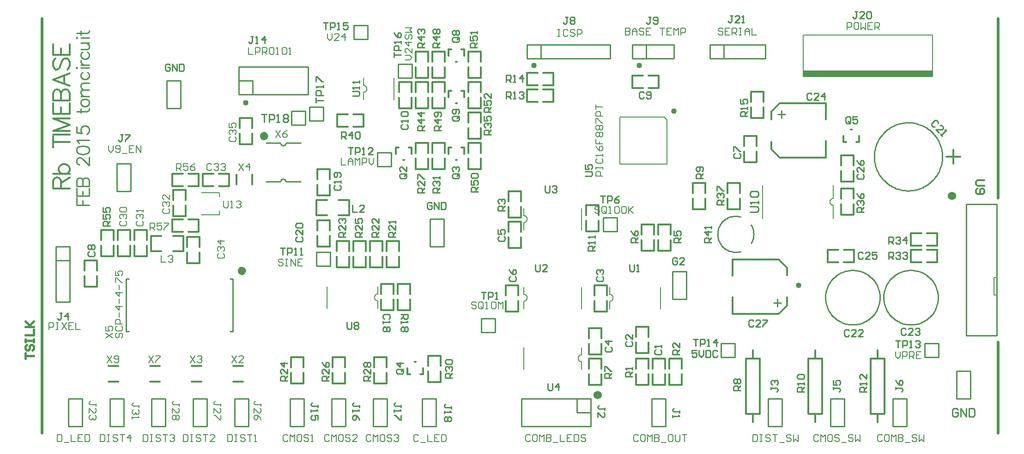
<source format=gto>
%FSLAX24Y24*%
%MOIN*%
G70*
G01*
G75*
%ADD10C,0.0130*%
%ADD11R,0.0620X0.0200*%
%ADD12R,0.0200X0.0620*%
%ADD13R,0.1575X0.0984*%
%ADD14R,0.0500X0.0600*%
%ADD15R,0.0600X0.0700*%
%ADD16R,0.0320X0.0950*%
%ADD17R,0.0400X0.0400*%
%ADD18R,0.0400X0.0550*%
%ADD19R,0.0600X0.0500*%
%ADD20R,0.0320X0.0900*%
%ADD21R,0.1311X0.1047*%
%ADD22R,0.0300X0.0900*%
%ADD23R,0.0300X0.0300*%
%ADD24R,0.1000X0.1500*%
%ADD25R,0.0900X0.0300*%
%ADD26R,0.0900X0.0500*%
%ADD27R,0.1000X0.0340*%
%ADD28R,0.0500X0.0340*%
%ADD29C,0.0500*%
%ADD30C,0.0200*%
%ADD31C,0.0250*%
%ADD32C,0.0400*%
%ADD33C,0.0120*%
%ADD34C,0.0300*%
%ADD35C,0.0150*%
%ADD36C,0.0600*%
%ADD37C,0.0800*%
%ADD38C,0.0300*%
%ADD39R,0.1000X0.6600*%
%ADD40C,0.0620*%
%ADD41R,0.0700X0.0700*%
%ADD42C,0.0750*%
%ADD43C,0.0700*%
%ADD44O,0.1000X0.0800*%
%ADD45C,0.0100*%
%ADD46C,0.1100*%
%ADD47C,0.0500*%
%ADD48C,0.0400*%
%ADD49C,0.0420*%
%ADD50C,0.0600*%
%ADD51C,0.0800*%
%ADD52R,0.1000X0.3500*%
%ADD53C,0.0100*%
%ADD54C,0.0079*%
%ADD55C,0.0050*%
%ADD56C,0.0080*%
%ADD57C,0.0098*%
%ADD58C,0.0090*%
D30*
X34500Y18000D02*
Y31000D01*
X-34500Y1000D02*
Y31000D01*
X34500Y1000D02*
Y7600D01*
D33*
X25300Y2400D02*
Y6400D01*
X26300D01*
Y2400D02*
Y6400D01*
X25300Y2400D02*
X26300D01*
X25800Y1800D02*
Y2400D01*
Y6400D02*
Y7000D01*
X20800Y2400D02*
Y6400D01*
X21800D01*
Y2400D02*
Y6400D01*
X20800Y2400D02*
X21800D01*
X21300Y1800D02*
Y2400D01*
Y6400D02*
Y7000D01*
X16300Y2400D02*
Y6400D01*
X17300D01*
Y2400D02*
Y6400D01*
X16300Y2400D02*
X17300D01*
X16800Y1800D02*
Y2400D01*
Y6400D02*
Y7000D01*
X22069Y23687D02*
X22069Y24869D01*
X22069Y22113D02*
X22069Y20931D01*
X18722Y24869D02*
X22069D01*
X18722Y20931D02*
X22069D01*
X18131Y22075D02*
X18132Y21522D01*
X18722Y20931D01*
X18132Y23687D02*
Y24278D01*
X18722Y24869D01*
X16150Y20600D02*
X17050D01*
X16150Y22500D02*
X17050D01*
Y20600D02*
Y21350D01*
X16150Y20600D02*
Y21350D01*
Y21750D02*
Y22500D01*
X17050Y21750D02*
Y22500D01*
X-5175Y28750D02*
X-4975Y28750D01*
X-4625Y27850D02*
X-4575D01*
X-4225Y28750D02*
X-4025Y28750D01*
X-5175Y28300D02*
Y28750D01*
X-4025Y28300D02*
Y28750D01*
X-7200Y5250D02*
X-7000Y5250D01*
X-7600Y6150D02*
X-7550D01*
X-8150Y5250D02*
X-7950Y5250D01*
X-7000Y5250D02*
Y5700D01*
X-8150Y5250D02*
Y5700D01*
X-4025Y21200D02*
Y21650D01*
X-5175Y21200D02*
Y21650D01*
X-4225D02*
X-4025D01*
X-4625Y20750D02*
X-4575D01*
X-5175Y21650D02*
X-4975D01*
X-8975D02*
X-8775D01*
X-8425Y20750D02*
X-8375D01*
X-8025Y21650D02*
X-7825D01*
X-8975Y21200D02*
Y21650D01*
X-7825Y21200D02*
Y21650D01*
X31250Y20500D02*
Y21500D01*
X30750Y21000D02*
X31750D01*
X13350Y18350D02*
Y19100D01*
X12450Y18350D02*
Y19100D01*
Y17200D02*
Y17950D01*
X13350Y17200D02*
Y17950D01*
X12450Y19100D02*
X13350D01*
X12450Y17200D02*
X13350Y17200D01*
X4950Y4500D02*
Y5250D01*
X5850Y4500D02*
Y5250D01*
Y5650D02*
X5850Y6400D01*
X4950D02*
X4950Y5650D01*
Y4500D02*
X5850D01*
X4950Y6400D02*
X5850D01*
X8750Y14200D02*
Y14950D01*
X9650Y14200D02*
Y14950D01*
Y15350D02*
Y16100D01*
X8750Y15350D02*
Y16100D01*
Y14200D02*
X9650D01*
X8750Y16100D02*
X9650Y16100D01*
X-3750Y24500D02*
Y25250D01*
X-2850Y24500D02*
Y25250D01*
Y25650D02*
Y26400D01*
X-3750Y25650D02*
Y26400D01*
Y24500D02*
X-2850D01*
X-3750Y26400D02*
X-2850Y26400D01*
X-2850Y27850D02*
Y28600D01*
X-3750Y27850D02*
Y28600D01*
Y26700D02*
Y27450D01*
X-2850Y26700D02*
Y27450D01*
X-3750Y28600D02*
X-2850D01*
X-3750Y26700D02*
X-2850Y26700D01*
X9950Y14200D02*
Y14950D01*
X10850Y14200D02*
Y14950D01*
Y15350D02*
Y16100D01*
X9950Y15350D02*
Y16100D01*
Y14200D02*
X10850D01*
X9950Y16100D02*
X10850Y16100D01*
X-6350Y24500D02*
Y25250D01*
X-5450Y24500D02*
Y25250D01*
Y25650D02*
Y26400D01*
X-6350Y25650D02*
Y26400D01*
Y24500D02*
X-5450D01*
X-6350Y26400D02*
X-5450Y26400D01*
X-5450Y27850D02*
Y28600D01*
X-6350Y27850D02*
Y28600D01*
Y26700D02*
Y27450D01*
X-5450Y26700D02*
Y27450D01*
X-6350Y28600D02*
X-5450D01*
X-6350Y26700D02*
X-5450Y26700D01*
X-6650Y25650D02*
Y26400D01*
X-7550Y25650D02*
Y26400D01*
Y24500D02*
Y25250D01*
X-6650Y24500D02*
Y25250D01*
X-7550Y26400D02*
X-6650D01*
X-7550Y24500D02*
X-6650Y24500D01*
X-7550Y26700D02*
Y27450D01*
X-6650Y26700D02*
Y27450D01*
Y27850D02*
Y28600D01*
X-7550Y27850D02*
Y28600D01*
Y26700D02*
X-6650D01*
X-7550Y28600D02*
X-6650Y28600D01*
X-12050Y23150D02*
X-11300Y23150D01*
X-12050Y24050D02*
X-11300D01*
X-13200Y24050D02*
X-12450Y24050D01*
X-13200Y23150D02*
X-12450Y23150D01*
X-11300D02*
Y24050D01*
X-13200Y23150D02*
Y24050D01*
X15850Y18350D02*
X15850Y19100D01*
X14950Y18350D02*
X14950Y19100D01*
X14950Y17950D02*
X14950Y17200D01*
X15850Y17950D02*
X15850Y17200D01*
X14950Y19100D02*
X15850Y19100D01*
X14950Y17200D02*
X15850Y17200D01*
X24050Y17950D02*
Y18700D01*
X23150Y17950D02*
Y18700D01*
Y16800D02*
Y17550D01*
X24050Y16800D02*
Y17550D01*
X23150Y18700D02*
X24050D01*
X23150Y16800D02*
X24050Y16800D01*
X-2850Y24200D02*
X-2850Y23450D01*
X-3750D02*
X-3750Y24200D01*
X-3750Y23050D02*
X-3750Y22300D01*
X-2850Y22300D02*
X-2850Y23050D01*
X-3750Y24200D02*
X-2850D01*
X-3750Y22300D02*
X-2850Y22300D01*
X-5450Y21250D02*
Y22000D01*
X-6350Y21250D02*
Y22000D01*
Y20100D02*
Y20850D01*
X-5450Y20100D02*
Y20850D01*
X-6350Y22000D02*
X-5450D01*
X-6350Y20100D02*
X-5450Y20100D01*
X-9650Y5750D02*
Y6500D01*
X-10550Y5750D02*
Y6500D01*
Y4600D02*
Y5350D01*
X-9650Y4600D02*
Y5350D01*
X-10550Y6500D02*
X-9650D01*
X-10550Y4600D02*
X-9650Y4600D01*
X-7550Y20100D02*
Y20850D01*
X-6650Y20100D02*
Y20850D01*
Y21250D02*
Y22000D01*
X-7550Y21250D02*
Y22000D01*
Y20100D02*
X-6650D01*
X-7550Y22000D02*
X-6650Y22000D01*
X-12650Y5750D02*
Y6500D01*
X-13550Y5750D02*
Y6500D01*
Y4600D02*
Y5350D01*
X-12650Y4600D02*
Y5350D01*
X-13550Y6500D02*
X-12650D01*
X-13550Y4600D02*
X-12650Y4600D01*
X-12050Y13000D02*
Y13750D01*
X-11150Y13000D02*
Y13750D01*
Y14150D02*
Y14900D01*
X-12050Y14150D02*
Y14900D01*
Y13000D02*
X-11150D01*
X-12050Y14900D02*
X-11150Y14900D01*
X-15650Y5750D02*
Y6500D01*
X-16550Y5750D02*
Y6500D01*
Y4600D02*
Y5350D01*
X-15650Y4600D02*
Y5350D01*
X-16550Y6500D02*
X-15650D01*
X-16550Y4600D02*
X-15650Y4600D01*
X-12350Y14150D02*
Y14900D01*
X-13250Y14150D02*
Y14900D01*
Y13000D02*
Y13750D01*
X-12350Y13000D02*
Y13750D01*
X-13250Y14900D02*
X-12350D01*
X-13250Y13000D02*
X-12350D01*
X-9950Y14900D02*
X-9950Y14150D01*
X-10850Y14150D02*
Y14900D01*
X-10850Y13750D02*
X-10850Y13000D01*
X-9950Y13750D02*
X-9950Y13000D01*
X-10850Y14900D02*
X-9950D01*
X-10850Y13000D02*
X-9950Y13000D01*
X11650Y5650D02*
Y6400D01*
X10750Y5650D02*
Y6400D01*
Y4500D02*
Y5250D01*
X11650Y4500D02*
Y5250D01*
X10750Y6400D02*
X11650D01*
X10750Y4500D02*
X11650Y4500D01*
X-7950Y11050D02*
Y11800D01*
X-8850Y11050D02*
Y11800D01*
Y9900D02*
Y10650D01*
X-7950Y9900D02*
Y10650D01*
X-8850Y11800D02*
X-7950D01*
X-8850Y9900D02*
X-7950Y9900D01*
X1650Y26150D02*
X2400D01*
X1650Y27050D02*
X2400D01*
X500D02*
X1250D01*
X500Y26150D02*
X1250D01*
X2400D02*
Y27050D01*
X500Y26150D02*
X500Y27050D01*
X5650Y16750D02*
Y17500D01*
X4750Y16750D02*
Y17500D01*
Y15600D02*
Y16350D01*
X5650Y15600D02*
Y16350D01*
X4750Y17500D02*
X5650D01*
X4750Y15600D02*
X5650Y15600D01*
X9250Y5650D02*
Y6400D01*
X8350Y5650D02*
Y6400D01*
Y4500D02*
Y5250D01*
X9250Y4500D02*
Y5250D01*
X8350Y6400D02*
X9250D01*
X8350Y4500D02*
X9250Y4500D01*
X8100Y26850D02*
X8850D01*
X8100Y25950D02*
X8850D01*
X9250D02*
X10000D01*
X9250Y26850D02*
X10000D01*
X8100Y25950D02*
Y26850D01*
X10000Y25950D02*
X10000Y26850D01*
X-30550Y12750D02*
Y13500D01*
X-31450Y12750D02*
Y13500D01*
Y11600D02*
Y12350D01*
X-30550Y11600D02*
Y12350D01*
X-31450Y13500D02*
X-30550D01*
X-31450Y11600D02*
X-30550Y11600D01*
X-150Y10950D02*
Y11700D01*
X-1050Y10950D02*
Y11700D01*
Y9800D02*
Y10550D01*
X-150Y9800D02*
Y10550D01*
X-1050Y11700D02*
X-150D01*
X-1050Y9800D02*
X-150Y9800D01*
X50Y15550D02*
Y16300D01*
X-850Y15550D02*
Y16300D01*
Y14400D02*
Y15150D01*
X50Y14400D02*
Y15150D01*
X-850Y16300D02*
X50D01*
X-850Y14400D02*
X50Y14400D01*
X4950Y6700D02*
Y7450D01*
X5850Y6700D02*
Y7450D01*
Y7850D02*
Y8600D01*
X4950Y7850D02*
Y8600D01*
Y6700D02*
X5850D01*
X4950Y8600D02*
X5850Y8600D01*
X24050Y20350D02*
Y21100D01*
X23150Y20350D02*
Y21100D01*
Y19200D02*
Y19950D01*
X24050Y19200D02*
Y19950D01*
X23150Y21100D02*
X24050D01*
X23150Y19200D02*
X24050Y19200D01*
X22200Y14250D02*
X22950D01*
X22200Y13350D02*
X22950D01*
X23350Y13350D02*
X24100Y13350D01*
X23350Y14250D02*
X24100D01*
X22200Y13350D02*
Y14250D01*
X24100Y13350D02*
Y14250D01*
X-14650Y14500D02*
Y15250D01*
X-13750Y14500D02*
Y15250D01*
Y15650D02*
Y16400D01*
X-14650Y15650D02*
Y16400D01*
Y14500D02*
X-13750D01*
X-14650Y16400D02*
X-13750D01*
X9250Y7950D02*
Y8700D01*
X8350Y7950D02*
Y8700D01*
Y6800D02*
Y7550D01*
X9250Y6800D02*
Y7550D01*
X8350Y8700D02*
X9250D01*
X8350Y6800D02*
X9250Y6800D01*
X-14650Y18200D02*
Y18950D01*
X-13750Y18200D02*
Y18950D01*
X-13750Y20100D02*
X-13750Y19350D01*
X-14650Y20100D02*
X-14650Y19350D01*
X-14650Y18200D02*
X-13750D01*
X-14650Y20100D02*
X-13750Y20100D01*
X10450Y5650D02*
Y6400D01*
X9550Y5650D02*
Y6400D01*
Y4500D02*
Y5250D01*
X10450Y4500D02*
Y5250D01*
X9550Y6400D02*
X10450D01*
X9550Y4500D02*
X10450Y4500D01*
X-23700Y4725D02*
X-23000D01*
X-23700Y5875D02*
X-23000D01*
X-26700Y4725D02*
X-26000D01*
X-26700Y5875D02*
X-26000D01*
X-29700Y4725D02*
X-29000D01*
X-29700Y5875D02*
X-29000D01*
X-20700Y4725D02*
X-20000D01*
X-20700Y5875D02*
X-20000D01*
X-29050Y13800D02*
X-28150Y13800D01*
X-29050Y15700D02*
X-28150D01*
Y13800D02*
Y14550D01*
X-29050Y13800D02*
Y14550D01*
Y14950D02*
Y15700D01*
X-28150Y14950D02*
Y15700D01*
X-27850Y13800D02*
X-26950Y13800D01*
X-27850Y15700D02*
X-26950D01*
Y13800D02*
Y14550D01*
X-27850Y13800D02*
Y14550D01*
Y14950D02*
Y15700D01*
X-26950Y14950D02*
Y15700D01*
X-21000Y18850D02*
Y19750D01*
X-22900Y18850D02*
Y19750D01*
X-21750Y19750D02*
X-21000Y19750D01*
X-21750Y18850D02*
X-21000Y18850D01*
X-22900D02*
X-22150Y18850D01*
X-22900Y19750D02*
X-22150Y19750D01*
X-20250Y23800D02*
X-19350Y23800D01*
X-20250Y21900D02*
X-19350D01*
X-20250Y23050D02*
Y23800D01*
X-19350Y23050D02*
Y23800D01*
Y21900D02*
Y22650D01*
X-20250Y21900D02*
Y22650D01*
X-25100Y19750D02*
X-25100Y18850D01*
X-23200D02*
Y19750D01*
X-25100Y18850D02*
X-24350D01*
X-25100Y19750D02*
X-24350Y19750D01*
X-23950D02*
X-23200D01*
X-23950Y18850D02*
X-23200D01*
X-23200Y15550D02*
X-23200Y16450D01*
X-25100Y15550D02*
Y16450D01*
X-23950D02*
X-23200D01*
X-23950Y15550D02*
X-23200Y15550D01*
X-25100D02*
X-24350D01*
X-25100Y16450D02*
X-24350D01*
X-26650Y14150D02*
Y15250D01*
X-24300Y14150D02*
Y15250D01*
X-26650Y14150D02*
X-25900D01*
X-26650Y15250D02*
X-25900Y15250D01*
X-25050Y15250D02*
X-24300D01*
X-25050Y14150D02*
X-24300Y14150D01*
X-10050Y11800D02*
X-9150Y11800D01*
X-10050Y9900D02*
X-9150D01*
X-10050Y11050D02*
Y11800D01*
X-9150Y11050D02*
Y11800D01*
Y9900D02*
Y10650D01*
X-10050Y9900D02*
Y10650D01*
X5350Y9800D02*
X6250Y9800D01*
X5350Y11700D02*
X6250D01*
Y9800D02*
Y10550D01*
X5350Y9800D02*
Y10550D01*
Y10950D02*
Y11700D01*
X6250Y10950D02*
Y11700D01*
X-5175Y25750D02*
X-4975Y25750D01*
X-4625Y24850D02*
X-4575D01*
X-4225Y25750D02*
X-4025Y25750D01*
X-5175Y25300D02*
Y25750D01*
X-4025Y25300D02*
Y25750D01*
X18678Y9632D02*
X19268Y10222D01*
X19268Y10813D01*
X18678Y13569D02*
X19268Y12978D01*
Y12425D02*
Y12978D01*
X15331Y13569D02*
X18678D01*
X15331Y9632D02*
X18678D01*
X15331Y13569D02*
X15331Y12387D01*
X15331Y9632D02*
X15331Y10813D01*
X-24050Y13300D02*
Y14050D01*
X-23150Y13300D02*
Y14050D01*
Y14450D02*
Y15200D01*
X-24050Y14450D02*
Y15200D01*
Y13300D02*
X-23150D01*
X-24050Y15200D02*
X-23150Y15200D01*
X-25050Y16700D02*
Y17450D01*
X-24150Y16700D02*
Y17450D01*
Y17850D02*
Y18600D01*
X-25050Y17850D02*
Y18600D01*
Y16700D02*
X-24150D01*
X-25050Y18600D02*
X-24150Y18600D01*
X-14700Y17850D02*
X-13950Y17850D01*
X-14700Y16750D02*
X-13950D01*
X-13100Y16750D02*
X-12350Y16750D01*
X-13100Y17850D02*
X-12350D01*
X-14700Y16750D02*
X-14700Y17850D01*
X-12350D02*
X-12350Y16750D01*
X-30250Y15700D02*
X-29350D01*
X-30250Y13800D02*
X-29350D01*
X-30250Y15700D02*
X-30250Y14950D01*
X-29350D02*
X-29350Y15700D01*
X-29350Y13800D02*
Y14550D01*
X-30250Y13800D02*
Y14550D01*
X-6625Y4700D02*
X-5725Y4700D01*
X-6625Y6600D02*
X-5725D01*
Y4700D02*
Y5450D01*
X-6625Y4700D02*
Y5450D01*
Y5850D02*
Y6600D01*
X-5725Y5850D02*
Y6600D01*
X-9650Y13000D02*
X-8750Y13000D01*
X-9650Y14900D02*
X-8750D01*
Y13750D02*
X-8750Y13000D01*
X-9650Y13750D02*
X-9650Y13000D01*
X-9650Y14150D02*
X-9650Y14900D01*
X-8750Y14150D02*
Y14900D01*
X-20475Y19000D02*
Y19700D01*
X-19325Y19000D02*
Y19700D01*
X-3750Y22000D02*
X-2850D01*
X-3750Y20100D02*
X-2850D01*
X-3750Y22000D02*
X-3750Y21250D01*
X-2850D02*
X-2850Y22000D01*
X-2850Y20100D02*
Y20850D01*
X-3750Y20100D02*
Y20850D01*
X-8750Y24500D02*
X-7850Y24500D01*
X-8750Y26400D02*
X-7850D01*
Y24500D02*
Y25250D01*
X-8750Y24500D02*
Y25250D01*
Y25650D02*
Y26400D01*
X-7850Y25650D02*
Y26400D01*
X500Y24950D02*
X500Y25850D01*
X2400Y24950D02*
Y25850D01*
X500Y24950D02*
X1250D01*
X500Y25850D02*
X1250D01*
X1650D02*
X2400D01*
X1650Y24950D02*
X2400D01*
X24275Y22050D02*
X24475Y22050D01*
X23875Y22950D02*
X23925D01*
X23325Y22050D02*
X23525Y22050D01*
X24475Y22050D02*
Y22500D01*
X23325Y22050D02*
Y22500D01*
X29350Y13350D02*
X30100D01*
X29350Y14250D02*
X30100D01*
X28200D02*
X28950D01*
X28200Y13350D02*
X28950D01*
X30100Y14250D02*
X30100Y13350D01*
X28200D02*
Y14250D01*
X28200Y15450D02*
X28950Y15450D01*
X28200Y14550D02*
X28950Y14550D01*
X29350Y14550D02*
X30100D01*
X29350Y15450D02*
X30100D01*
X28200Y14550D02*
X28200Y15450D01*
X30100Y14550D02*
Y15450D01*
X-850Y18500D02*
X50Y18500D01*
X-850Y16600D02*
X50D01*
X-850Y17750D02*
Y18500D01*
X50Y17750D02*
Y18500D01*
Y16600D02*
Y17350D01*
X-850Y16600D02*
Y17350D01*
X16650Y23800D02*
X17550Y23800D01*
X16650Y25700D02*
X17550D01*
Y23800D02*
Y24550D01*
X16650Y23800D02*
Y24550D01*
Y24950D02*
Y25700D01*
X17550Y24950D02*
Y25700D01*
X-33700Y18700D02*
X-32500D01*
X-33700D02*
Y19214D01*
X-33643Y19386D01*
X-33585Y19443D01*
X-33471Y19500D01*
X-33357D01*
X-33243Y19443D01*
X-33186Y19386D01*
X-33128Y19214D01*
Y18700D01*
Y19100D02*
X-32500Y19500D01*
X-33700Y19768D02*
X-32500D01*
X-33128D02*
X-33243Y19883D01*
X-33300Y19997D01*
Y20168D01*
X-33243Y20283D01*
X-33128Y20397D01*
X-32957Y20454D01*
X-32843D01*
X-32671Y20397D01*
X-32557Y20283D01*
X-32500Y20168D01*
Y19997D01*
X-32557Y19883D01*
X-32671Y19768D01*
X-33700Y22054D02*
X-32500D01*
X-33700Y21654D02*
Y22453D01*
Y22596D02*
X-32500D01*
X-33700Y22848D02*
X-32500D01*
X-33700D02*
X-32500Y23305D01*
X-33700Y23762D02*
X-32500Y23305D01*
X-33700Y23762D02*
X-32500D01*
X-33700Y24847D02*
Y24105D01*
X-32500D01*
Y24847D01*
X-33128Y24105D02*
Y24562D01*
X-33700Y25047D02*
X-32500D01*
X-33700D02*
Y25561D01*
X-33643Y25733D01*
X-33585Y25790D01*
X-33471Y25847D01*
X-33357D01*
X-33243Y25790D01*
X-33186Y25733D01*
X-33128Y25561D01*
Y25047D02*
Y25561D01*
X-33071Y25733D01*
X-33014Y25790D01*
X-32900Y25847D01*
X-32729D01*
X-32614Y25790D01*
X-32557Y25733D01*
X-32500Y25561D01*
Y25047D01*
Y27030D02*
X-33700Y26573D01*
X-32500Y26116D01*
X-32900Y26287D02*
Y26858D01*
X-33528Y28109D02*
X-33643Y27995D01*
X-33700Y27824D01*
Y27595D01*
X-33643Y27424D01*
X-33528Y27310D01*
X-33414D01*
X-33300Y27367D01*
X-33243Y27424D01*
X-33186Y27538D01*
X-33071Y27881D01*
X-33014Y27995D01*
X-32957Y28052D01*
X-32843Y28109D01*
X-32671D01*
X-32557Y27995D01*
X-32500Y27824D01*
Y27595D01*
X-32557Y27424D01*
X-32671Y27310D01*
X-33700Y29121D02*
Y28378D01*
X-32500D01*
Y29121D01*
X-33128Y28378D02*
Y28835D01*
X33500Y19300D02*
X33000D01*
X32900Y19200D01*
Y19000D01*
X33000Y18900D01*
X33500D01*
X33000Y18700D02*
X32900Y18600D01*
Y18400D01*
X33000Y18300D01*
X33400D01*
X33500Y18400D01*
Y18600D01*
X33400Y18700D01*
X33300D01*
X33200Y18600D01*
Y18300D01*
D34*
X-19950Y12750D02*
X-19985Y12846D01*
X-20074Y12898D01*
X-20175Y12880D01*
X-20241Y12801D01*
Y12699D01*
X-20175Y12620D01*
X-20074Y12602D01*
X-19985Y12654D01*
X-19950Y12750D01*
X-18350Y22500D02*
X-18385Y22596D01*
X-18474Y22648D01*
X-18575Y22630D01*
X-18641Y22551D01*
Y22449D01*
X-18575Y22370D01*
X-18474Y22352D01*
X-18385Y22404D01*
X-18350Y22500D01*
D35*
X-35700Y6400D02*
Y6800D01*
Y6600D01*
X-35100D01*
X-35600Y7400D02*
X-35700Y7300D01*
Y7100D01*
X-35600Y7000D01*
X-35500D01*
X-35400Y7100D01*
Y7300D01*
X-35300Y7400D01*
X-35200D01*
X-35100Y7300D01*
Y7100D01*
X-35200Y7000D01*
X-35700Y7600D02*
Y7800D01*
Y7700D01*
X-35100D01*
Y7600D01*
Y7800D01*
X-35700Y8099D02*
X-35100D01*
Y8499D01*
X-35700Y8699D02*
X-35100D01*
X-35300D01*
X-35700Y9099D01*
X-35400Y8799D01*
X-35100Y9099D01*
D48*
X-19800Y24900D02*
D03*
X1000Y27600D02*
D03*
X8600D02*
D03*
X11100Y24300D02*
D03*
X20100Y11700D02*
D03*
D50*
X5600Y3750D02*
D03*
X31150Y18150D02*
D03*
D53*
X25968Y10816D02*
X25966Y10915D01*
X25958Y11015D01*
X25946Y11114D01*
X25928Y11212D01*
X25906Y11309D01*
X25878Y11405D01*
X25846Y11499D01*
X25809Y11592D01*
X25767Y11683D01*
X25721Y11771D01*
X25671Y11857D01*
X25616Y11940D01*
X25557Y12021D01*
X25494Y12098D01*
X25427Y12172D01*
X25356Y12243D01*
X25282Y12309D01*
X25205Y12372D01*
X25125Y12431D01*
X25041Y12486D01*
X24955Y12537D01*
X24867Y12583D01*
X24776Y12625D01*
X24684Y12662D01*
X24589Y12694D01*
X24493Y12721D01*
X24396Y12744D01*
X24298Y12762D01*
X24199Y12774D01*
X24100Y12782D01*
X24000Y12784D01*
X23900Y12782D01*
X23801Y12774D01*
X23702Y12762D01*
X23604Y12744D01*
X23507Y12721D01*
X23411Y12694D01*
X23316Y12662D01*
X23224Y12625D01*
X23133Y12583D01*
X23045Y12537D01*
X22959Y12486D01*
X22875Y12431D01*
X22795Y12372D01*
X22718Y12309D01*
X22644Y12242D01*
X22573Y12172D01*
X22506Y12098D01*
X22443Y12021D01*
X22384Y11940D01*
X22329Y11857D01*
X22279Y11771D01*
X22233Y11683D01*
X22191Y11592D01*
X22154Y11499D01*
X22122Y11405D01*
X22094Y11309D01*
X22072Y11212D01*
X22054Y11114D01*
X22042Y11015D01*
X22034Y10915D01*
X22032Y10816D01*
X22034Y10716D01*
X22042Y10617D01*
X22054Y10518D01*
X22072Y10419D01*
X22094Y10322D01*
X22122Y10226D01*
X22154Y10132D01*
X22191Y10039D01*
X22233Y9949D01*
X22279Y9860D01*
X22329Y9774D01*
X22384Y9691D01*
X22443Y9611D01*
X22506Y9534D01*
X22573Y9460D01*
X22644Y9389D01*
X22718Y9322D01*
X22795Y9259D01*
X22875Y9200D01*
X22959Y9145D01*
X23045Y9095D01*
X23133Y9048D01*
X23224Y9007D01*
X23316Y8970D01*
X23411Y8938D01*
X23507Y8910D01*
X23604Y8888D01*
X23702Y8870D01*
X23801Y8857D01*
X23900Y8850D01*
X24000Y8847D01*
X24100Y8850D01*
X24199Y8857D01*
X24298Y8870D01*
X24396Y8888D01*
X24493Y8910D01*
X24589Y8938D01*
X24684Y8970D01*
X24776Y9007D01*
X24867Y9048D01*
X24955Y9095D01*
X25041Y9145D01*
X25125Y9200D01*
X25205Y9259D01*
X25282Y9322D01*
X25356Y9389D01*
X25427Y9460D01*
X25494Y9534D01*
X25557Y9611D01*
X25616Y9691D01*
X25671Y9774D01*
X25721Y9860D01*
X25767Y9949D01*
X25809Y10039D01*
X25846Y10132D01*
X25878Y10226D01*
X25906Y10322D01*
X25928Y10419D01*
X25946Y10518D01*
X25958Y10617D01*
X25966Y10716D01*
X25968Y10816D01*
X30168Y10816D02*
X30166Y10915D01*
X30158Y11015D01*
X30146Y11114D01*
X30128Y11212D01*
X30106Y11309D01*
X30078Y11405D01*
X30046Y11499D01*
X30009Y11592D01*
X29967Y11683D01*
X29921Y11771D01*
X29871Y11857D01*
X29816Y11940D01*
X29757Y12021D01*
X29694Y12098D01*
X29627Y12172D01*
X29556Y12243D01*
X29482Y12309D01*
X29405Y12372D01*
X29325Y12431D01*
X29241Y12486D01*
X29155Y12537D01*
X29067Y12583D01*
X28976Y12625D01*
X28884Y12662D01*
X28789Y12694D01*
X28693Y12721D01*
X28596Y12744D01*
X28498Y12762D01*
X28399Y12774D01*
X28300Y12782D01*
X28200Y12784D01*
X28100Y12782D01*
X28001Y12774D01*
X27902Y12762D01*
X27804Y12744D01*
X27707Y12721D01*
X27611Y12694D01*
X27516Y12662D01*
X27424Y12625D01*
X27333Y12583D01*
X27245Y12537D01*
X27159Y12486D01*
X27075Y12431D01*
X26995Y12372D01*
X26918Y12309D01*
X26844Y12243D01*
X26773Y12172D01*
X26706Y12098D01*
X26643Y12021D01*
X26584Y11940D01*
X26529Y11857D01*
X26479Y11771D01*
X26433Y11683D01*
X26391Y11592D01*
X26354Y11499D01*
X26322Y11405D01*
X26294Y11309D01*
X26272Y11212D01*
X26254Y11114D01*
X26242Y11015D01*
X26234Y10915D01*
X26231Y10816D01*
X26234Y10716D01*
X26242Y10617D01*
X26254Y10518D01*
X26272Y10419D01*
X26294Y10322D01*
X26322Y10226D01*
X26354Y10132D01*
X26391Y10039D01*
X26433Y9949D01*
X26479Y9860D01*
X26529Y9774D01*
X26584Y9691D01*
X26643Y9611D01*
X26706Y9534D01*
X26773Y9460D01*
X26844Y9389D01*
X26918Y9322D01*
X26995Y9259D01*
X27075Y9200D01*
X27159Y9145D01*
X27245Y9095D01*
X27333Y9048D01*
X27424Y9007D01*
X27516Y8970D01*
X27611Y8938D01*
X27707Y8910D01*
X27804Y8888D01*
X27902Y8870D01*
X28001Y8857D01*
X28100Y8850D01*
X28200Y8847D01*
X28300Y8850D01*
X28399Y8857D01*
X28498Y8870D01*
X28596Y8888D01*
X28693Y8910D01*
X28789Y8938D01*
X28884Y8970D01*
X28976Y9007D01*
X29067Y9048D01*
X29155Y9095D01*
X29241Y9145D01*
X29325Y9200D01*
X29405Y9259D01*
X29482Y9322D01*
X29556Y9389D01*
X29627Y9460D01*
X29694Y9534D01*
X29757Y9611D01*
X29816Y9691D01*
X29871Y9774D01*
X29921Y9860D01*
X29967Y9949D01*
X30009Y10039D01*
X30046Y10132D01*
X30078Y10226D01*
X30106Y10322D01*
X30128Y10419D01*
X30146Y10518D01*
X30158Y10617D01*
X30166Y10716D01*
X30168Y10816D01*
X15886Y16656D02*
X15790Y16678D01*
X15692Y16692D01*
X15593Y16699D01*
X15493Y16699D01*
X15394Y16691D01*
X15296Y16675D01*
X15200Y16652D01*
X15105Y16622D01*
X15013Y16584D01*
X14925Y16540D01*
X14840Y16489D01*
X14759Y16431D01*
X14682Y16368D01*
X14611Y16299D01*
X14545Y16225D01*
X14485Y16146D01*
X14431Y16062D01*
X14384Y15975D01*
X14344Y15884D01*
X14310Y15791D01*
X14284Y15695D01*
X14265Y15598D01*
X14254Y15499D01*
X14250Y15400D01*
X14254Y15301D01*
X14265Y15202D01*
X14284Y15105D01*
X14310Y15009D01*
X14344Y14916D01*
X14384Y14825D01*
X14431Y14738D01*
X14485Y14654D01*
X14545Y14575D01*
X14611Y14501D01*
X14682Y14432D01*
X14759Y14369D01*
X14840Y14311D01*
X14925Y14260D01*
X15013Y14216D01*
X15105Y14178D01*
X15200Y14148D01*
X15296Y14125D01*
X15394Y14109D01*
X15493Y14101D01*
X15593Y14101D01*
X15692Y14108D01*
X15790Y14122D01*
X15886Y14144D01*
X16676Y14750D02*
X16721Y14836D01*
X16760Y14925D01*
X16792Y15017D01*
X16817Y15111D01*
X16835Y15206D01*
X16846Y15303D01*
X16850Y15400D01*
X16846Y15497D01*
X16835Y15594D01*
X16817Y15689D01*
X16792Y15783D01*
X16760Y15875D01*
X16721Y15964D01*
X16676Y16050D01*
X30476Y21000D02*
X30474Y21100D01*
X30468Y21199D01*
X30458Y21298D01*
X30444Y21397D01*
X30426Y21495D01*
X30404Y21593D01*
X30378Y21689D01*
X30348Y21784D01*
X30314Y21878D01*
X30277Y21970D01*
X30236Y22061D01*
X30191Y22150D01*
X30143Y22238D01*
X30091Y22323D01*
X30035Y22406D01*
X29977Y22486D01*
X29915Y22565D01*
X29850Y22640D01*
X29782Y22713D01*
X29711Y22783D01*
X29637Y22851D01*
X29561Y22915D01*
X29482Y22976D01*
X29401Y23034D01*
X29317Y23088D01*
X29232Y23139D01*
X29144Y23187D01*
X29054Y23231D01*
X28963Y23271D01*
X28870Y23307D01*
X28776Y23340D01*
X28681Y23369D01*
X28584Y23394D01*
X28487Y23415D01*
X28388Y23432D01*
X28289Y23445D01*
X28190Y23454D01*
X28091Y23459D01*
X27991Y23461D01*
X27891Y23457D01*
X27792Y23450D01*
X27693Y23439D01*
X27594Y23424D01*
X27496Y23405D01*
X27399Y23382D01*
X27303Y23355D01*
X27208Y23324D01*
X27115Y23290D01*
X27023Y23251D01*
X26932Y23209D01*
X26843Y23163D01*
X26757Y23114D01*
X26672Y23061D01*
X26590Y23005D01*
X26510Y22946D01*
X26432Y22883D01*
X26357Y22817D01*
X26285Y22749D01*
X26215Y22677D01*
X26149Y22603D01*
X26085Y22526D01*
X26025Y22446D01*
X25968Y22364D01*
X25914Y22280D01*
X25864Y22194D01*
X25818Y22106D01*
X25775Y22016D01*
X25735Y21924D01*
X25700Y21831D01*
X25668Y21737D01*
X25640Y21641D01*
X25616Y21544D01*
X25596Y21446D01*
X25580Y21348D01*
X25568Y21249D01*
X25560Y21150D01*
X25556Y21050D01*
Y20950D01*
X25560Y20850D01*
X25568Y20751D01*
X25580Y20652D01*
X25596Y20554D01*
X25616Y20456D01*
X25640Y20359D01*
X25668Y20263D01*
X25700Y20169D01*
X25735Y20076D01*
X25775Y19984D01*
X25818Y19894D01*
X25864Y19806D01*
X25914Y19720D01*
X25968Y19636D01*
X26025Y19554D01*
X26085Y19474D01*
X26149Y19397D01*
X26215Y19323D01*
X26285Y19251D01*
X26357Y19183D01*
X26432Y19117D01*
X26510Y19054D01*
X26590Y18995D01*
X26672Y18939D01*
X26757Y18886D01*
X26843Y18837D01*
X26932Y18791D01*
X27023Y18749D01*
X27115Y18710D01*
X27208Y18676D01*
X27303Y18645D01*
X27399Y18618D01*
X27496Y18595D01*
X27594Y18576D01*
X27693Y18561D01*
X27792Y18550D01*
X27891Y18543D01*
X27991Y18540D01*
X28091Y18541D01*
X28190Y18546D01*
X28289Y18555D01*
X28388Y18568D01*
X28487Y18585D01*
X28584Y18606D01*
X28681Y18631D01*
X28776Y18660D01*
X28870Y18693D01*
X28963Y18729D01*
X29054Y18769D01*
X29144Y18813D01*
X29232Y18861D01*
X29317Y18912D01*
X29401Y18966D01*
X29482Y19024D01*
X29561Y19085D01*
X29637Y19149D01*
X29711Y19217D01*
X29782Y19287D01*
X29850Y19360D01*
X29915Y19435D01*
X29977Y19514D01*
X30035Y19594D01*
X30091Y19677D01*
X30143Y19762D01*
X30191Y19850D01*
X30236Y19939D01*
X30277Y20030D01*
X30314Y20122D01*
X30348Y20216D01*
X30378Y20311D01*
X30404Y20407D01*
X30426Y20505D01*
X30444Y20603D01*
X30458Y20701D01*
X30468Y20801D01*
X30474Y20900D01*
X30476Y21000D01*
X-17300Y22000D02*
X-17273Y21900D01*
X-17200Y21827D01*
X-17100Y21800D01*
X-17000Y21827D01*
X-16927Y21900D01*
X-16900Y22000D01*
X-16900Y19200D02*
X-16927Y19300D01*
X-17000Y19373D01*
X-17100Y19400D01*
X-17200Y19373D01*
X-17273Y19300D01*
X-17300Y19200D01*
X31500Y3500D02*
Y5500D01*
X32500Y3500D02*
Y5500D01*
X31500Y3500D02*
X32500D01*
X31500Y5500D02*
X32500D01*
X-9300Y20300D02*
Y21300D01*
X-10300Y20300D02*
X-9300D01*
X-10300Y21300D02*
X-9300D01*
X-10300Y20300D02*
Y21300D01*
X6000Y15600D02*
X7000D01*
X6000D02*
Y16600D01*
X7000Y15600D02*
Y16600D01*
X6000D02*
X7000D01*
X-29100Y18500D02*
Y20500D01*
X-28100Y18500D02*
Y20500D01*
X-29100Y18500D02*
X-28100Y18500D01*
X-29100Y20500D02*
X-28100D01*
X-12000Y30500D02*
X-11000D01*
Y29500D02*
Y30500D01*
X-12000Y29500D02*
Y30500D01*
Y29500D02*
X-11000D01*
X-15200Y23600D02*
Y24600D01*
X-14200D01*
X-15200Y23600D02*
X-14200D01*
Y24600D01*
X-16500Y23300D02*
Y24300D01*
X-15500D01*
X-16500Y23300D02*
X-15500D01*
Y24300D01*
X14500Y7500D02*
X15500D01*
Y6500D02*
Y7500D01*
X14500Y6500D02*
Y7500D01*
Y6500D02*
X15500D01*
X29200D02*
X30200D01*
X29200D02*
Y7500D01*
X30200Y6500D02*
Y7500D01*
X29200D02*
X30200D01*
X-8800Y27700D02*
X-7800D01*
X-7800Y26700D01*
X-8800Y26700D02*
Y27700D01*
Y26700D02*
X-7800Y26700D01*
X34400Y8050D02*
Y17550D01*
X33775Y8050D02*
X34400Y8050D01*
X33775Y17550D02*
X34400Y17550D01*
X32200D02*
X33775Y17550D01*
X32200Y8050D02*
X33775Y8050D01*
X32200Y8050D02*
Y17550D01*
X100Y2500D02*
X100Y3500D01*
X5100Y3500D01*
Y2500D02*
Y3500D01*
X4100Y2500D02*
X5100Y2500D01*
X100D02*
X100Y1500D01*
X4100Y2500D02*
Y3500D01*
X5100Y1500D02*
X5100Y2500D01*
X100Y1500D02*
X5100D01*
X-33500Y13500D02*
X-32500Y13500D01*
X-33500Y14500D02*
X-32500D01*
X-33500Y10500D02*
X-32500D01*
Y14500D01*
X-33500Y10500D02*
Y14500D01*
X26900Y3505D02*
X26900Y1505D01*
X27900Y3505D02*
X27900Y1505D01*
X26900Y1505D02*
X27900Y1505D01*
X26900Y3505D02*
X27900Y3505D01*
X22400Y1500D02*
X22400Y3500D01*
X23400Y3500D02*
X23400Y1500D01*
X22400D02*
X23400D01*
X22400Y3500D02*
X23400Y3500D01*
X17900Y1500D02*
X17900Y3500D01*
X18900Y3500D02*
X18900Y1500D01*
X17900D02*
X18900D01*
X17900Y3500D02*
X18900Y3500D01*
X-10600Y3500D02*
X-9600Y3500D01*
X-10600Y1500D02*
X-9600D01*
X-9600Y3500D02*
X-9600Y1500D01*
X-10600D02*
X-10600Y3500D01*
X-13600D02*
X-12600Y3500D01*
X-13600Y1500D02*
X-12600D01*
X-12600Y3500D02*
X-12600Y1500D01*
X-13600D02*
X-13600Y3500D01*
X14700Y29100D02*
X14700Y28100D01*
X13700D02*
Y29100D01*
X17700Y28100D02*
Y29100D01*
X13700D02*
X17700D01*
X13700Y28100D02*
X17700D01*
X-32600Y3500D02*
X-31600Y3500D01*
X-32600Y1500D02*
X-31600D01*
X-31600Y3500D02*
X-31600Y1500D01*
X-32600D02*
X-32600Y3500D01*
X-16600Y1500D02*
X-16600Y3500D01*
X-15600Y3500D02*
X-15600Y1500D01*
X-16600D02*
X-15600D01*
X-16600Y3500D02*
X-15600Y3500D01*
X-14700Y13100D02*
Y14100D01*
X-13700D01*
X-14700Y13100D02*
X-13700Y13100D01*
X-13700Y14100D01*
X9500Y1500D02*
X9500Y3500D01*
X10500Y3500D02*
X10500Y1500D01*
X9500D02*
X10500D01*
X9500Y3500D02*
X10500Y3500D01*
X-7075Y1500D02*
X-7075Y3500D01*
X-6075Y3500D02*
X-6075Y1500D01*
X-7075D02*
X-6075D01*
X-7075Y3500D02*
X-6075Y3500D01*
X-20600Y3500D02*
X-19600Y3500D01*
X-20600Y1500D02*
X-19600D01*
X-19600Y3500D02*
X-19600Y1500D01*
X-20600D02*
X-20600Y3500D01*
X-23600D02*
X-22600Y3500D01*
X-23600Y1500D02*
X-22600D01*
X-22600Y3500D02*
X-22600Y1500D01*
X-23600D02*
X-23600Y3500D01*
X-26600D02*
X-25600Y3500D01*
X-26600Y1500D02*
X-25600D01*
X-25600Y3500D02*
X-25600Y1500D01*
X-26600D02*
X-26600Y3500D01*
X-29600D02*
X-28600Y3500D01*
X-29600Y1500D02*
X-28600D01*
X-28600Y3500D02*
X-28600Y1500D01*
X-29600D02*
X-29600Y3500D01*
X-28450Y12150D02*
X-28450Y8350D01*
X-20750Y8350D02*
X-20750Y12150D01*
X-20950Y8350D02*
X-20750Y8350D01*
X-20950Y12150D02*
X-20750Y12150D01*
X-28450Y8350D02*
X-28250D01*
X-28450Y12150D02*
X-28250Y12150D01*
X-15300Y25500D02*
Y26500D01*
X-20300Y25500D02*
X-15300Y25500D01*
X-20300Y25500D02*
Y26500D01*
X-19300D01*
X-15300D02*
Y27500D01*
X-19300Y26500D02*
X-19300Y25500D01*
X-20300Y26500D02*
X-20300Y27500D01*
X-15300Y27500D01*
X8100Y28100D02*
X11100D01*
X8100Y29100D02*
X11100D01*
Y28100D02*
Y29100D01*
X8100Y28100D02*
Y29100D01*
X9100Y28100D02*
Y29100D01*
X500Y28100D02*
X6500D01*
X500Y29100D02*
X6500D01*
Y28100D02*
Y29100D01*
X500Y28100D02*
Y29100D01*
X1500Y28100D02*
Y29100D01*
X-2800Y9300D02*
X-1800D01*
Y8300D02*
Y9300D01*
X-2800Y8300D02*
Y9300D01*
Y8300D02*
X-1800D01*
X-25500Y24500D02*
X-24500Y24500D01*
X-25500Y26500D02*
X-24500Y26500D01*
X-25500Y24500D02*
X-25500Y26500D01*
X-24500Y24500D02*
X-24500Y26500D01*
X11000Y12700D02*
X12000D01*
X11000Y10700D02*
X12000D01*
Y12700D01*
X11000Y10700D02*
Y12700D01*
X-6500Y16500D02*
X-5500D01*
X-6500Y14500D02*
X-5500D01*
Y16500D01*
X-6500Y14500D02*
Y16500D01*
X-32000Y17500D02*
X-31100D01*
X-32000D02*
Y18057D01*
X-31571Y17500D02*
Y17843D01*
X-32000Y18717D02*
Y18160D01*
X-31100D01*
Y18717D01*
X-31571Y18160D02*
Y18503D01*
X-32000Y18867D02*
X-31100D01*
X-32000D02*
Y19252D01*
X-31957Y19381D01*
X-31914Y19424D01*
X-31828Y19467D01*
X-31743D01*
X-31657Y19424D01*
X-31614Y19381D01*
X-31571Y19252D01*
Y18867D02*
Y19252D01*
X-31528Y19381D01*
X-31486Y19424D01*
X-31400Y19467D01*
X-31271D01*
X-31186Y19424D01*
X-31143Y19381D01*
X-31100Y19252D01*
Y18867D01*
X-31786Y20418D02*
X-31828D01*
X-31914Y20461D01*
X-31957Y20504D01*
X-32000Y20589D01*
Y20761D01*
X-31957Y20846D01*
X-31914Y20889D01*
X-31828Y20932D01*
X-31743D01*
X-31657Y20889D01*
X-31528Y20804D01*
X-31100Y20375D01*
Y20975D01*
X-32000Y21433D02*
X-31957Y21305D01*
X-31828Y21219D01*
X-31614Y21176D01*
X-31486D01*
X-31271Y21219D01*
X-31143Y21305D01*
X-31100Y21433D01*
Y21519D01*
X-31143Y21648D01*
X-31271Y21733D01*
X-31486Y21776D01*
X-31614D01*
X-31828Y21733D01*
X-31957Y21648D01*
X-32000Y21519D01*
Y21433D01*
X-31828Y21978D02*
X-31871Y22063D01*
X-32000Y22192D01*
X-31100D01*
X-32000Y23152D02*
Y22723D01*
X-31614Y22680D01*
X-31657Y22723D01*
X-31700Y22852D01*
Y22980D01*
X-31657Y23109D01*
X-31571Y23194D01*
X-31443Y23237D01*
X-31357D01*
X-31229Y23194D01*
X-31143Y23109D01*
X-31100Y22980D01*
Y22852D01*
X-31143Y22723D01*
X-31186Y22680D01*
X-31271Y22637D01*
X-32000Y24274D02*
X-31271D01*
X-31143Y24317D01*
X-31100Y24403D01*
Y24488D01*
X-31700Y24146D02*
Y24446D01*
Y24831D02*
X-31657Y24746D01*
X-31571Y24660D01*
X-31443Y24617D01*
X-31357D01*
X-31229Y24660D01*
X-31143Y24746D01*
X-31100Y24831D01*
Y24960D01*
X-31143Y25046D01*
X-31229Y25131D01*
X-31357Y25174D01*
X-31443D01*
X-31571Y25131D01*
X-31657Y25046D01*
X-31700Y24960D01*
Y24831D01*
Y25371D02*
X-31100D01*
X-31528D02*
X-31657Y25500D01*
X-31700Y25585D01*
Y25714D01*
X-31657Y25800D01*
X-31528Y25842D01*
X-31100D01*
X-31528D02*
X-31657Y25971D01*
X-31700Y26057D01*
Y26185D01*
X-31657Y26271D01*
X-31528Y26314D01*
X-31100D01*
X-31571Y27111D02*
X-31657Y27025D01*
X-31700Y26939D01*
Y26811D01*
X-31657Y26725D01*
X-31571Y26639D01*
X-31443Y26597D01*
X-31357D01*
X-31229Y26639D01*
X-31143Y26725D01*
X-31100Y26811D01*
Y26939D01*
X-31143Y27025D01*
X-31229Y27111D01*
X-32000Y27389D02*
X-31957Y27432D01*
X-32000Y27475D01*
X-32043Y27432D01*
X-32000Y27389D01*
X-31700Y27432D02*
X-31100D01*
X-31700Y27634D02*
X-31100D01*
X-31443D02*
X-31571Y27676D01*
X-31657Y27762D01*
X-31700Y27848D01*
Y27976D01*
X-31571Y28572D02*
X-31657Y28486D01*
X-31700Y28401D01*
Y28272D01*
X-31657Y28186D01*
X-31571Y28101D01*
X-31443Y28058D01*
X-31357D01*
X-31229Y28101D01*
X-31143Y28186D01*
X-31100Y28272D01*
Y28401D01*
X-31143Y28486D01*
X-31229Y28572D01*
X-31700Y28765D02*
X-31271D01*
X-31143Y28808D01*
X-31100Y28893D01*
Y29022D01*
X-31143Y29108D01*
X-31271Y29236D01*
X-31700D02*
X-31100D01*
X-32000Y29557D02*
X-31957Y29600D01*
X-32000Y29643D01*
X-32043Y29600D01*
X-32000Y29557D01*
X-31700Y29600D02*
X-31100D01*
X-32000Y29930D02*
X-31271D01*
X-31143Y29973D01*
X-31100Y30059D01*
Y30144D01*
X-31700Y29802D02*
Y30102D01*
X25000Y4000D02*
X24500D01*
Y4250D01*
X24583Y4333D01*
X24750D01*
X24833Y4250D01*
Y4000D01*
Y4167D02*
X25000Y4333D01*
Y4500D02*
Y4666D01*
Y4583D01*
X24500D01*
X24583Y4500D01*
X25000Y5250D02*
Y4916D01*
X24667Y5250D01*
X24583D01*
X24500Y5166D01*
Y5000D01*
X24583Y4916D01*
X20500Y4000D02*
X20000D01*
Y4250D01*
X20083Y4333D01*
X20250D01*
X20333Y4250D01*
Y4000D01*
Y4167D02*
X20500Y4333D01*
Y4500D02*
Y4666D01*
Y4583D01*
X20000D01*
X20083Y4500D01*
Y4916D02*
X20000Y5000D01*
Y5166D01*
X20083Y5250D01*
X20417D01*
X20500Y5166D01*
Y5000D01*
X20417Y4916D01*
X20083D01*
X15900Y4100D02*
X15400D01*
Y4350D01*
X15483Y4433D01*
X15650D01*
X15733Y4350D01*
Y4100D01*
Y4267D02*
X15900Y4433D01*
X15483Y4600D02*
X15400Y4683D01*
Y4850D01*
X15483Y4933D01*
X15567D01*
X15650Y4850D01*
X15733Y4933D01*
X15817D01*
X15900Y4850D01*
Y4683D01*
X15817Y4600D01*
X15733D01*
X15650Y4683D01*
X15567Y4600D01*
X15483D01*
X15650Y4683D02*
Y4850D01*
X4700Y19600D02*
X5117D01*
X5200Y19683D01*
Y19850D01*
X5117Y19933D01*
X4700D01*
Y20433D02*
Y20100D01*
X4950D01*
X4867Y20266D01*
Y20350D01*
X4950Y20433D01*
X5117D01*
X5200Y20350D01*
Y20183D01*
X5117Y20100D01*
X19116Y24075D02*
X18583D01*
X18849Y23808D02*
Y24342D01*
X21033Y25517D02*
X20950Y25600D01*
X20783D01*
X20700Y25517D01*
Y25183D01*
X20783Y25100D01*
X20950D01*
X21033Y25183D01*
X21533Y25100D02*
X21200D01*
X21533Y25433D01*
Y25517D01*
X21450Y25600D01*
X21283D01*
X21200Y25517D01*
X21950Y25100D02*
Y25600D01*
X21700Y25350D01*
X22033D01*
X31600Y2700D02*
X31500Y2800D01*
X31300D01*
X31200Y2700D01*
Y2300D01*
X31300Y2200D01*
X31500D01*
X31600Y2300D01*
Y2500D01*
X31400D01*
X31800Y2200D02*
Y2800D01*
X32200Y2200D01*
Y2800D01*
X32400D02*
Y2200D01*
X32700D01*
X32799Y2300D01*
Y2700D01*
X32700Y2800D01*
X32400D01*
X-18660Y24050D02*
X-18293D01*
X-18477D01*
Y23500D01*
X-18110D02*
Y24050D01*
X-17835D01*
X-17744Y23958D01*
Y23775D01*
X-17835Y23683D01*
X-18110D01*
X-17560Y23500D02*
X-17377D01*
X-17469D01*
Y24050D01*
X-17560Y23958D01*
X-17102D02*
X-17011Y24050D01*
X-16827D01*
X-16736Y23958D01*
Y23867D01*
X-16827Y23775D01*
X-16736Y23683D01*
Y23592D01*
X-16827Y23500D01*
X-17011D01*
X-17102Y23592D01*
Y23683D01*
X-17011Y23775D01*
X-17102Y23867D01*
Y23958D01*
X-17011Y23775D02*
X-16827D01*
X-14750Y24880D02*
Y25247D01*
Y25063D01*
X-14200D01*
Y25430D02*
X-14750D01*
Y25705D01*
X-14658Y25796D01*
X-14475D01*
X-14383Y25705D01*
Y25430D01*
X-14200Y25980D02*
Y26163D01*
Y26071D01*
X-14750D01*
X-14658Y25980D01*
X-14750Y26438D02*
Y26804D01*
X-14658D01*
X-14292Y26438D01*
X-14200D01*
X-28667Y22600D02*
X-28833D01*
X-28750D01*
Y22183D01*
X-28833Y22100D01*
X-28917D01*
X-29000Y22183D01*
X-28500Y22600D02*
X-28167D01*
Y22517D01*
X-28500Y22183D01*
Y22100D01*
X-3050Y18450D02*
X-3550D01*
Y18700D01*
X-3467Y18783D01*
X-3300D01*
X-3217Y18700D01*
Y18450D01*
Y18617D02*
X-3050Y18783D01*
X-3550Y19283D02*
Y18950D01*
X-3300D01*
X-3383Y19116D01*
Y19200D01*
X-3300Y19283D01*
X-3133D01*
X-3050Y19200D01*
Y19033D01*
X-3133Y18950D01*
X-3467Y19450D02*
X-3550Y19533D01*
Y19700D01*
X-3467Y19783D01*
X-3133D01*
X-3050Y19700D01*
Y19533D01*
X-3133Y19450D01*
X-3467D01*
X-1000Y25200D02*
Y25700D01*
X-750D01*
X-667Y25617D01*
Y25450D01*
X-750Y25367D01*
X-1000D01*
X-833D02*
X-667Y25200D01*
X-500D02*
X-334D01*
X-417D01*
Y25700D01*
X-500Y25617D01*
X-84D02*
X-0Y25700D01*
X166D01*
X250Y25617D01*
Y25533D01*
X166Y25450D01*
X83D01*
X166D01*
X250Y25367D01*
Y25283D01*
X166Y25200D01*
X-0D01*
X-84Y25283D01*
X23833Y23483D02*
Y23817D01*
X23750Y23900D01*
X23583D01*
X23500Y23817D01*
Y23483D01*
X23583Y23400D01*
X23750D01*
X23667Y23567D02*
X23833Y23400D01*
X23750D02*
X23833Y23483D01*
X24333Y23900D02*
X24000D01*
Y23650D01*
X24166Y23733D01*
X24250D01*
X24333Y23650D01*
Y23483D01*
X24250Y23400D01*
X24083D01*
X24000Y23483D01*
X-4483Y23933D02*
X-4817D01*
X-4900Y23850D01*
Y23683D01*
X-4817Y23600D01*
X-4483D01*
X-4400Y23683D01*
Y23850D01*
X-4567Y23767D02*
X-4400Y23933D01*
Y23850D02*
X-4483Y23933D01*
Y24100D02*
X-4400Y24183D01*
Y24350D01*
X-4483Y24433D01*
X-4817D01*
X-4900Y24350D01*
Y24183D01*
X-4817Y24100D01*
X-4733D01*
X-4650Y24183D01*
Y24433D01*
X-4483Y29633D02*
X-4817D01*
X-4900Y29550D01*
Y29383D01*
X-4817Y29300D01*
X-4483D01*
X-4400Y29383D01*
Y29550D01*
X-4567Y29467D02*
X-4400Y29633D01*
Y29550D02*
X-4483Y29633D01*
X-4817Y29800D02*
X-4900Y29883D01*
Y30050D01*
X-4817Y30133D01*
X-4733D01*
X-4650Y30050D01*
X-4567Y30133D01*
X-4483D01*
X-4400Y30050D01*
Y29883D01*
X-4483Y29800D01*
X-4567D01*
X-4650Y29883D01*
X-4733Y29800D01*
X-4817D01*
X-4650Y29883D02*
Y30050D01*
X-8503Y5633D02*
X-8837D01*
X-8920Y5550D01*
Y5383D01*
X-8837Y5300D01*
X-8503D01*
X-8420Y5383D01*
Y5550D01*
X-8587Y5467D02*
X-8420Y5633D01*
Y5550D02*
X-8503Y5633D01*
X-8420Y6050D02*
X-8920D01*
X-8670Y5800D01*
Y6133D01*
X-4483Y19773D02*
X-4817D01*
X-4900Y19690D01*
Y19523D01*
X-4817Y19440D01*
X-4483D01*
X-4400Y19523D01*
Y19690D01*
X-4567Y19607D02*
X-4400Y19773D01*
Y19690D02*
X-4483Y19773D01*
X-4817Y19940D02*
X-4900Y20023D01*
Y20190D01*
X-4817Y20273D01*
X-4733D01*
X-4650Y20190D01*
Y20106D01*
Y20190D01*
X-4567Y20273D01*
X-4483D01*
X-4400Y20190D01*
Y20023D01*
X-4483Y19940D01*
X-8283Y19773D02*
X-8617D01*
X-8700Y19690D01*
Y19523D01*
X-8617Y19440D01*
X-8283D01*
X-8200Y19523D01*
Y19690D01*
X-8367Y19607D02*
X-8200Y19773D01*
Y19690D02*
X-8283Y19773D01*
X-8200Y20273D02*
Y19940D01*
X-8533Y20273D01*
X-8617D01*
X-8700Y20190D01*
Y20023D01*
X-8617Y19940D01*
X-12100Y17500D02*
Y17000D01*
X-11767D01*
X-11267D02*
X-11600D01*
X-11267Y17333D01*
Y17417D01*
X-11350Y17500D01*
X-11517D01*
X-11600Y17417D01*
X-9483Y9267D02*
X-9400Y9350D01*
Y9517D01*
X-9483Y9600D01*
X-9817D01*
X-9900Y9517D01*
Y9350D01*
X-9817Y9267D01*
X-9900Y9100D02*
Y8934D01*
Y9017D01*
X-9400D01*
X-9483Y9100D01*
Y8684D02*
X-9400Y8600D01*
Y8434D01*
X-9483Y8350D01*
X-9567D01*
X-9650Y8434D01*
X-9733Y8350D01*
X-9817D01*
X-9900Y8434D01*
Y8600D01*
X-9817Y8684D01*
X-9733D01*
X-9650Y8600D01*
X-9567Y8684D01*
X-9483D01*
X-9650Y8600D02*
Y8434D01*
X24333Y31500D02*
X24167D01*
X24250D01*
Y31083D01*
X24167Y31000D01*
X24083D01*
X24000Y31083D01*
X24833Y31000D02*
X24500D01*
X24833Y31333D01*
Y31417D01*
X24750Y31500D01*
X24583D01*
X24500Y31417D01*
X25000D02*
X25083Y31500D01*
X25250D01*
X25333Y31417D01*
Y31083D01*
X25250Y31000D01*
X25083D01*
X25000Y31083D01*
Y31417D01*
X27833Y8517D02*
X27750Y8600D01*
X27583D01*
X27500Y8517D01*
Y8183D01*
X27583Y8100D01*
X27750D01*
X27833Y8183D01*
X28333Y8100D02*
X28000D01*
X28333Y8433D01*
Y8517D01*
X28250Y8600D01*
X28083D01*
X28000Y8517D01*
X28500D02*
X28583Y8600D01*
X28750D01*
X28833Y8517D01*
Y8433D01*
X28750Y8350D01*
X28666D01*
X28750D01*
X28833Y8267D01*
Y8183D01*
X28750Y8100D01*
X28583D01*
X28500Y8183D01*
X23733Y8417D02*
X23650Y8500D01*
X23483D01*
X23400Y8417D01*
Y8083D01*
X23483Y8000D01*
X23650D01*
X23733Y8083D01*
X24233Y8000D02*
X23900D01*
X24233Y8333D01*
Y8417D01*
X24150Y8500D01*
X23983D01*
X23900Y8417D01*
X24733Y8000D02*
X24400D01*
X24733Y8333D01*
Y8417D01*
X24650Y8500D01*
X24483D01*
X24400Y8417D01*
X30167Y23388D02*
X30167Y23506D01*
X30049Y23624D01*
X29931D01*
X29695Y23388D01*
Y23270D01*
X29813Y23152D01*
X29931Y23152D01*
X30225Y22740D02*
X29990Y22976D01*
X30461D01*
X30520Y23035D01*
X30520Y23152D01*
X30402Y23270D01*
X30284D01*
X30343Y22622D02*
X30461Y22504D01*
X30402Y22563D01*
X30756Y22917D01*
X30638D01*
X6100Y2667D02*
Y2833D01*
Y2750D01*
X5683D01*
X5600Y2833D01*
Y2917D01*
X5683Y3000D01*
X5600Y2167D02*
Y2500D01*
X5933Y2167D01*
X6017D01*
X6100Y2250D01*
Y2417D01*
X6017Y2500D01*
X-19267Y29700D02*
X-19433D01*
X-19350D01*
Y29283D01*
X-19433Y29200D01*
X-19517D01*
X-19600Y29283D01*
X-19100Y29200D02*
X-18934D01*
X-19017D01*
Y29700D01*
X-19100Y29617D01*
X-18434Y29200D02*
Y29700D01*
X-18684Y29450D01*
X-18350D01*
X-12500Y9031D02*
Y8615D01*
X-12417Y8532D01*
X-12250D01*
X-12167Y8615D01*
Y9031D01*
X-12000Y8948D02*
X-11917Y9031D01*
X-11750D01*
X-11667Y8948D01*
Y8865D01*
X-11750Y8781D01*
X-11667Y8698D01*
Y8615D01*
X-11750Y8532D01*
X-11917D01*
X-12000Y8615D01*
Y8698D01*
X-11917Y8781D01*
X-12000Y8865D01*
Y8948D01*
X-11917Y8781D02*
X-11750D01*
X2000Y4600D02*
Y4183D01*
X2083Y4100D01*
X2250D01*
X2333Y4183D01*
Y4600D01*
X2750Y4100D02*
Y4600D01*
X2500Y4350D01*
X2833D01*
X1800Y18900D02*
Y18483D01*
X1883Y18400D01*
X2050D01*
X2133Y18483D01*
Y18900D01*
X2300Y18817D02*
X2383Y18900D01*
X2550D01*
X2633Y18817D01*
Y18733D01*
X2550Y18650D01*
X2466D01*
X2550D01*
X2633Y18567D01*
Y18483D01*
X2550Y18400D01*
X2383D01*
X2300Y18483D01*
X1100Y13200D02*
Y12783D01*
X1183Y12700D01*
X1350D01*
X1433Y12783D01*
Y13200D01*
X1933Y12700D02*
X1600D01*
X1933Y13033D01*
Y13117D01*
X1850Y13200D01*
X1683D01*
X1600Y13117D01*
X-12100Y25400D02*
X-11683D01*
X-11600Y25483D01*
Y25650D01*
X-11683Y25733D01*
X-12100D01*
X-11600Y25900D02*
Y26066D01*
Y25983D01*
X-12100D01*
X-12017Y25900D01*
X-11600Y26316D02*
Y26483D01*
Y26400D01*
X-12100D01*
X-12017Y26316D01*
X7900Y13200D02*
Y12783D01*
X7983Y12700D01*
X8150D01*
X8233Y12783D01*
Y13200D01*
X8400Y12700D02*
X8566D01*
X8483D01*
Y13200D01*
X8400Y13117D01*
X5800Y18150D02*
X6133D01*
X5967D01*
Y17650D01*
X6300D02*
Y18150D01*
X6550D01*
X6633Y18067D01*
Y17900D01*
X6550Y17817D01*
X6300D01*
X7133Y18150D02*
X6966Y18067D01*
X6800Y17900D01*
Y17733D01*
X6883Y17650D01*
X7050D01*
X7133Y17733D01*
Y17817D01*
X7050Y17900D01*
X6800D01*
X-9100Y28200D02*
Y28533D01*
Y28367D01*
X-8600D01*
Y28700D02*
X-9100D01*
Y28950D01*
X-9017Y29033D01*
X-8850D01*
X-8767Y28950D01*
Y28700D01*
X-8600Y29200D02*
Y29366D01*
Y29283D01*
X-9100D01*
X-9017Y29200D01*
X-9100Y29949D02*
X-9017Y29783D01*
X-8850Y29616D01*
X-8683D01*
X-8600Y29700D01*
Y29866D01*
X-8683Y29949D01*
X-8767D01*
X-8850Y29866D01*
Y29616D01*
X-14200Y30700D02*
X-13867D01*
X-14033D01*
Y30200D01*
X-13700D02*
Y30700D01*
X-13450D01*
X-13367Y30617D01*
Y30450D01*
X-13450Y30367D01*
X-13700D01*
X-13200Y30200D02*
X-13034D01*
X-13117D01*
Y30700D01*
X-13200Y30617D01*
X-12451Y30700D02*
X-12784D01*
Y30450D01*
X-12617Y30533D01*
X-12534D01*
X-12451Y30450D01*
Y30283D01*
X-12534Y30200D01*
X-12700D01*
X-12784Y30283D01*
X12733Y7000D02*
X12400D01*
Y6750D01*
X12567Y6833D01*
X12650D01*
X12733Y6750D01*
Y6583D01*
X12650Y6500D01*
X12483D01*
X12400Y6583D01*
X12900Y7000D02*
Y6667D01*
X13066Y6500D01*
X13233Y6667D01*
Y7000D01*
X13400D02*
Y6500D01*
X13650D01*
X13733Y6583D01*
Y6917D01*
X13650Y7000D01*
X13400D01*
X14233Y6917D02*
X14149Y7000D01*
X13983D01*
X13900Y6917D01*
Y6583D01*
X13983Y6500D01*
X14149D01*
X14233Y6583D01*
X12500Y7800D02*
X12833D01*
X12667D01*
Y7300D01*
X13000D02*
Y7800D01*
X13250D01*
X13333Y7717D01*
Y7550D01*
X13250Y7467D01*
X13000D01*
X13500Y7300D02*
X13666D01*
X13583D01*
Y7800D01*
X13500Y7717D01*
X14166Y7300D02*
Y7800D01*
X13916Y7550D01*
X14249D01*
X27100Y7700D02*
X27433D01*
X27267D01*
Y7200D01*
X27600D02*
Y7700D01*
X27850D01*
X27933Y7617D01*
Y7450D01*
X27850Y7367D01*
X27600D01*
X28100Y7200D02*
X28266D01*
X28183D01*
Y7700D01*
X28100Y7617D01*
X28516D02*
X28600Y7700D01*
X28766D01*
X28849Y7617D01*
Y7533D01*
X28766Y7450D01*
X28683D01*
X28766D01*
X28849Y7367D01*
Y7283D01*
X28766Y7200D01*
X28600D01*
X28516Y7283D01*
X-12400Y21650D02*
X-12067D01*
X-12233D01*
Y21150D01*
X-11900D02*
Y21650D01*
X-11650D01*
X-11567Y21567D01*
Y21400D01*
X-11650Y21317D01*
X-11900D01*
X-11400Y21150D02*
X-11234D01*
X-11317D01*
Y21650D01*
X-11400Y21567D01*
X-10651Y21150D02*
X-10984D01*
X-10651Y21483D01*
Y21567D01*
X-10734Y21650D01*
X-10900D01*
X-10984Y21567D01*
X-17300Y14400D02*
X-16967D01*
X-17133D01*
Y13900D01*
X-16800D02*
Y14400D01*
X-16550D01*
X-16467Y14317D01*
Y14150D01*
X-16550Y14067D01*
X-16800D01*
X-16300Y13900D02*
X-16134D01*
X-16217D01*
Y14400D01*
X-16300Y14317D01*
X-15884Y13900D02*
X-15717D01*
X-15800D01*
Y14400D01*
X-15884Y14317D01*
X-2800Y11200D02*
X-2467D01*
X-2633D01*
Y10700D01*
X-2300D02*
Y11200D01*
X-2050D01*
X-1967Y11117D01*
Y10950D01*
X-2050Y10867D01*
X-2300D01*
X-1800Y10700D02*
X-1634D01*
X-1717D01*
Y11200D01*
X-1800Y11117D01*
X13200Y19440D02*
X12700D01*
Y19690D01*
X12783Y19773D01*
X12950D01*
X13033Y19690D01*
Y19440D01*
Y19607D02*
X13200Y19773D01*
X13117Y19940D02*
X13200Y20023D01*
Y20190D01*
X13117Y20273D01*
X12783D01*
X12700Y20190D01*
Y20023D01*
X12783Y19940D01*
X12867D01*
X12950Y20023D01*
Y20273D01*
X6600Y5000D02*
X6100D01*
Y5250D01*
X6183Y5333D01*
X6350D01*
X6433Y5250D01*
Y5000D01*
Y5167D02*
X6600Y5333D01*
X6100Y5500D02*
Y5833D01*
X6183D01*
X6517Y5500D01*
X6600D01*
X8500Y14800D02*
X8000D01*
Y15050D01*
X8083Y15133D01*
X8250D01*
X8333Y15050D01*
Y14800D01*
Y14967D02*
X8500Y15133D01*
X8000Y15633D02*
X8083Y15466D01*
X8250Y15300D01*
X8417D01*
X8500Y15383D01*
Y15550D01*
X8417Y15633D01*
X8333D01*
X8250Y15550D01*
Y15300D01*
X-2100Y24240D02*
X-2600D01*
Y24490D01*
X-2517Y24573D01*
X-2350D01*
X-2267Y24490D01*
Y24240D01*
Y24407D02*
X-2100Y24573D01*
X-2600Y25073D02*
Y24740D01*
X-2350D01*
X-2433Y24906D01*
Y24990D01*
X-2350Y25073D01*
X-2183D01*
X-2100Y24990D01*
Y24823D01*
X-2183Y24740D01*
X-2100Y25573D02*
Y25240D01*
X-2433Y25573D01*
X-2517D01*
X-2600Y25490D01*
Y25323D01*
X-2517Y25240D01*
X-3100Y28900D02*
X-3600D01*
Y29150D01*
X-3517Y29233D01*
X-3350D01*
X-3267Y29150D01*
Y28900D01*
Y29067D02*
X-3100Y29233D01*
X-3600Y29733D02*
Y29400D01*
X-3350D01*
X-3433Y29566D01*
Y29650D01*
X-3350Y29733D01*
X-3183D01*
X-3100Y29650D01*
Y29483D01*
X-3183Y29400D01*
X-3100Y29900D02*
Y30066D01*
Y29983D01*
X-3600D01*
X-3517Y29900D01*
X11600Y14800D02*
X11100D01*
Y15050D01*
X11183Y15133D01*
X11350D01*
X11433Y15050D01*
Y14800D01*
Y14967D02*
X11600Y15133D01*
X11100Y15633D02*
Y15300D01*
X11350D01*
X11267Y15466D01*
Y15550D01*
X11350Y15633D01*
X11517D01*
X11600Y15550D01*
Y15383D01*
X11517Y15300D01*
X-5700Y22900D02*
X-6200D01*
Y23150D01*
X-6117Y23233D01*
X-5950D01*
X-5867Y23150D01*
Y22900D01*
Y23067D02*
X-5700Y23233D01*
Y23650D02*
X-6200D01*
X-5950Y23400D01*
Y23733D01*
X-5783Y23900D02*
X-5700Y23983D01*
Y24150D01*
X-5783Y24233D01*
X-6117D01*
X-6200Y24150D01*
Y23983D01*
X-6117Y23900D01*
X-6033D01*
X-5950Y23983D01*
Y24233D01*
X-5800Y28900D02*
X-6300D01*
Y29150D01*
X-6217Y29233D01*
X-6050D01*
X-5967Y29150D01*
Y28900D01*
Y29067D02*
X-5800Y29233D01*
Y29650D02*
X-6300D01*
X-6050Y29400D01*
Y29733D01*
X-6217Y29900D02*
X-6300Y29983D01*
Y30150D01*
X-6217Y30233D01*
X-6133D01*
X-6050Y30150D01*
X-5967Y30233D01*
X-5883D01*
X-5800Y30150D01*
Y29983D01*
X-5883Y29900D01*
X-5967D01*
X-6050Y29983D01*
X-6133Y29900D01*
X-6217D01*
X-6050Y29983D02*
Y30150D01*
X-6900Y22900D02*
X-7400D01*
Y23150D01*
X-7317Y23233D01*
X-7150D01*
X-7067Y23150D01*
Y22900D01*
Y23067D02*
X-6900Y23233D01*
Y23650D02*
X-7400D01*
X-7150Y23400D01*
Y23733D01*
X-6900Y24150D02*
X-7400D01*
X-7150Y23900D01*
Y24233D01*
X-6900Y28900D02*
X-7400D01*
Y29150D01*
X-7317Y29233D01*
X-7150D01*
X-7067Y29150D01*
Y28900D01*
Y29067D02*
X-6900Y29233D01*
Y29650D02*
X-7400D01*
X-7150Y29400D01*
Y29733D01*
X-7317Y29900D02*
X-7400Y29983D01*
Y30150D01*
X-7317Y30233D01*
X-7233D01*
X-7150Y30150D01*
Y30066D01*
Y30150D01*
X-7067Y30233D01*
X-6983D01*
X-6900Y30150D01*
Y29983D01*
X-6983Y29900D01*
X13800Y14800D02*
X13300D01*
Y15050D01*
X13383Y15133D01*
X13550D01*
X13633Y15050D01*
Y14800D01*
Y14967D02*
X13800Y15133D01*
Y15550D02*
X13300D01*
X13550Y15300D01*
Y15633D01*
X13800Y15800D02*
Y15966D01*
Y15883D01*
X13300D01*
X13383Y15800D01*
X-12900Y22300D02*
Y22800D01*
X-12650D01*
X-12567Y22717D01*
Y22550D01*
X-12650Y22467D01*
X-12900D01*
X-12733D02*
X-12567Y22300D01*
X-12150D02*
Y22800D01*
X-12400Y22550D01*
X-12067D01*
X-11900Y22717D02*
X-11817Y22800D01*
X-11650D01*
X-11567Y22717D01*
Y22383D01*
X-11650Y22300D01*
X-11817D01*
X-11900Y22383D01*
Y22717D01*
X14700Y17520D02*
X14200D01*
Y17770D01*
X14283Y17853D01*
X14450D01*
X14533Y17770D01*
Y17520D01*
Y17687D02*
X14700Y17853D01*
X14283Y18020D02*
X14200Y18103D01*
Y18270D01*
X14283Y18353D01*
X14367D01*
X14450Y18270D01*
Y18186D01*
Y18270D01*
X14533Y18353D01*
X14617D01*
X14700Y18270D01*
Y18103D01*
X14617Y18020D01*
X14200Y18520D02*
Y18853D01*
X14283D01*
X14617Y18520D01*
X14700D01*
X24800Y17000D02*
X24300D01*
Y17250D01*
X24383Y17333D01*
X24550D01*
X24633Y17250D01*
Y17000D01*
Y17167D02*
X24800Y17333D01*
X24383Y17500D02*
X24300Y17583D01*
Y17750D01*
X24383Y17833D01*
X24467D01*
X24550Y17750D01*
Y17666D01*
Y17750D01*
X24633Y17833D01*
X24717D01*
X24800Y17750D01*
Y17583D01*
X24717Y17500D01*
X24300Y18333D02*
X24383Y18166D01*
X24550Y18000D01*
X24717D01*
X24800Y18083D01*
Y18250D01*
X24717Y18333D01*
X24633D01*
X24550Y18250D01*
Y18000D01*
X-2100Y22600D02*
X-2600D01*
Y22850D01*
X-2517Y22933D01*
X-2350D01*
X-2267Y22850D01*
Y22600D01*
Y22767D02*
X-2100Y22933D01*
X-2517Y23100D02*
X-2600Y23183D01*
Y23350D01*
X-2517Y23433D01*
X-2433D01*
X-2350Y23350D01*
Y23266D01*
Y23350D01*
X-2267Y23433D01*
X-2183D01*
X-2100Y23350D01*
Y23183D01*
X-2183Y23100D01*
X-2600Y23933D02*
Y23600D01*
X-2350D01*
X-2433Y23766D01*
Y23850D01*
X-2350Y23933D01*
X-2183D01*
X-2100Y23850D01*
Y23683D01*
X-2183Y23600D01*
X-5800Y18400D02*
X-6300D01*
Y18650D01*
X-6217Y18733D01*
X-6050D01*
X-5967Y18650D01*
Y18400D01*
Y18567D02*
X-5800Y18733D01*
X-6217Y18900D02*
X-6300Y18983D01*
Y19150D01*
X-6217Y19233D01*
X-6133D01*
X-6050Y19150D01*
Y19066D01*
Y19150D01*
X-5967Y19233D01*
X-5883D01*
X-5800Y19150D01*
Y18983D01*
X-5883Y18900D01*
X-5800Y19400D02*
Y19566D01*
Y19483D01*
X-6300D01*
X-6217Y19400D01*
X-4900Y5000D02*
X-5400D01*
Y5250D01*
X-5317Y5333D01*
X-5150D01*
X-5067Y5250D01*
Y5000D01*
Y5167D02*
X-4900Y5333D01*
X-5317Y5500D02*
X-5400Y5583D01*
Y5750D01*
X-5317Y5833D01*
X-5233D01*
X-5150Y5750D01*
Y5666D01*
Y5750D01*
X-5067Y5833D01*
X-4983D01*
X-4900Y5750D01*
Y5583D01*
X-4983Y5500D01*
X-5317Y6000D02*
X-5400Y6083D01*
Y6250D01*
X-5317Y6333D01*
X-4983D01*
X-4900Y6250D01*
Y6083D01*
X-4983Y6000D01*
X-5317D01*
X-1100Y17100D02*
X-1600D01*
Y17350D01*
X-1517Y17433D01*
X-1350D01*
X-1267Y17350D01*
Y17100D01*
Y17267D02*
X-1100Y17433D01*
X-1517Y17600D02*
X-1600Y17683D01*
Y17850D01*
X-1517Y17933D01*
X-1433D01*
X-1350Y17850D01*
Y17766D01*
Y17850D01*
X-1267Y17933D01*
X-1183D01*
X-1100Y17850D01*
Y17683D01*
X-1183Y17600D01*
X-10800Y4800D02*
X-11300D01*
Y5050D01*
X-11217Y5133D01*
X-11050D01*
X-10967Y5050D01*
Y4800D01*
Y4967D02*
X-10800Y5133D01*
Y5633D02*
Y5300D01*
X-11133Y5633D01*
X-11217D01*
X-11300Y5550D01*
Y5383D01*
X-11217Y5300D01*
Y5800D02*
X-11300Y5883D01*
Y6050D01*
X-11217Y6133D01*
X-11133D01*
X-11050Y6050D01*
X-10967Y6133D01*
X-10883D01*
X-10800Y6050D01*
Y5883D01*
X-10883Y5800D01*
X-10967D01*
X-11050Y5883D01*
X-11133Y5800D01*
X-11217D01*
X-11050Y5883D02*
Y6050D01*
X-6900Y18400D02*
X-7400D01*
Y18650D01*
X-7317Y18733D01*
X-7150D01*
X-7067Y18650D01*
Y18400D01*
Y18567D02*
X-6900Y18733D01*
Y19233D02*
Y18900D01*
X-7233Y19233D01*
X-7317D01*
X-7400Y19150D01*
Y18983D01*
X-7317Y18900D01*
X-7400Y19400D02*
Y19733D01*
X-7317D01*
X-6983Y19400D01*
X-6900D01*
X-13800Y4800D02*
X-14300D01*
Y5050D01*
X-14217Y5133D01*
X-14050D01*
X-13967Y5050D01*
Y4800D01*
Y4967D02*
X-13800Y5133D01*
Y5633D02*
Y5300D01*
X-14133Y5633D01*
X-14217D01*
X-14300Y5550D01*
Y5383D01*
X-14217Y5300D01*
X-14300Y6133D02*
X-14217Y5966D01*
X-14050Y5800D01*
X-13883D01*
X-13800Y5883D01*
Y6050D01*
X-13883Y6133D01*
X-13967D01*
X-14050Y6050D01*
Y5800D01*
X-11400Y15200D02*
X-11900D01*
Y15450D01*
X-11817Y15533D01*
X-11650D01*
X-11567Y15450D01*
Y15200D01*
Y15367D02*
X-11400Y15533D01*
Y16033D02*
Y15700D01*
X-11733Y16033D01*
X-11817D01*
X-11900Y15950D01*
Y15783D01*
X-11817Y15700D01*
X-11900Y16533D02*
Y16200D01*
X-11650D01*
X-11733Y16366D01*
Y16450D01*
X-11650Y16533D01*
X-11483D01*
X-11400Y16450D01*
Y16283D01*
X-11483Y16200D01*
X-16800Y4800D02*
X-17300D01*
Y5050D01*
X-17217Y5133D01*
X-17050D01*
X-16967Y5050D01*
Y4800D01*
Y4967D02*
X-16800Y5133D01*
Y5633D02*
Y5300D01*
X-17133Y5633D01*
X-17217D01*
X-17300Y5550D01*
Y5383D01*
X-17217Y5300D01*
X-16800Y6050D02*
X-17300D01*
X-17050Y5800D01*
Y6133D01*
X-12600Y15200D02*
X-13100D01*
Y15450D01*
X-13017Y15533D01*
X-12850D01*
X-12767Y15450D01*
Y15200D01*
Y15367D02*
X-12600Y15533D01*
Y16033D02*
Y15700D01*
X-12933Y16033D01*
X-13017D01*
X-13100Y15950D01*
Y15783D01*
X-13017Y15700D01*
Y16200D02*
X-13100Y16283D01*
Y16450D01*
X-13017Y16533D01*
X-12933D01*
X-12850Y16450D01*
Y16366D01*
Y16450D01*
X-12767Y16533D01*
X-12683D01*
X-12600Y16450D01*
Y16283D01*
X-12683Y16200D01*
X-10200Y15200D02*
X-10700D01*
Y15450D01*
X-10617Y15533D01*
X-10450D01*
X-10367Y15450D01*
Y15200D01*
Y15367D02*
X-10200Y15533D01*
Y16033D02*
Y15700D01*
X-10533Y16033D01*
X-10617D01*
X-10700Y15950D01*
Y15783D01*
X-10617Y15700D01*
X-10200Y16533D02*
Y16200D01*
X-10533Y16533D01*
X-10617D01*
X-10700Y16450D01*
Y16283D01*
X-10617Y16200D01*
X-9000Y15200D02*
X-9500D01*
Y15450D01*
X-9417Y15533D01*
X-9250D01*
X-9167Y15450D01*
Y15200D01*
Y15367D02*
X-9000Y15533D01*
Y16033D02*
Y15700D01*
X-9333Y16033D01*
X-9417D01*
X-9500Y15950D01*
Y15783D01*
X-9417Y15700D01*
X-9000Y16200D02*
Y16366D01*
Y16283D01*
X-9500D01*
X-9417Y16200D01*
X11500Y6700D02*
X11000D01*
Y6950D01*
X11083Y7033D01*
X11250D01*
X11333Y6950D01*
Y6700D01*
Y6867D02*
X11500Y7033D01*
Y7533D02*
Y7200D01*
X11167Y7533D01*
X11083D01*
X11000Y7450D01*
Y7283D01*
X11083Y7200D01*
X-8600Y9600D02*
X-8100D01*
Y9350D01*
X-8183Y9267D01*
X-8350D01*
X-8433Y9350D01*
Y9600D01*
Y9433D02*
X-8600Y9267D01*
Y9100D02*
Y8934D01*
Y9017D01*
X-8100D01*
X-8183Y9100D01*
Y8684D02*
X-8100Y8600D01*
Y8434D01*
X-8183Y8350D01*
X-8267D01*
X-8350Y8434D01*
X-8433Y8350D01*
X-8517D01*
X-8600Y8434D01*
Y8600D01*
X-8517Y8684D01*
X-8433D01*
X-8350Y8600D01*
X-8267Y8684D01*
X-8183D01*
X-8350Y8600D02*
Y8434D01*
X-1000Y26400D02*
Y26900D01*
X-750D01*
X-667Y26817D01*
Y26650D01*
X-750Y26567D01*
X-1000D01*
X-833D02*
X-667Y26400D01*
X-500D02*
X-334D01*
X-417D01*
Y26900D01*
X-500Y26817D01*
X166Y26400D02*
Y26900D01*
X-84Y26650D01*
X250D01*
X5400Y14200D02*
X4900D01*
Y14450D01*
X4983Y14533D01*
X5150D01*
X5233Y14450D01*
Y14200D01*
Y14367D02*
X5400Y14533D01*
Y14700D02*
Y14866D01*
Y14783D01*
X4900D01*
X4983Y14700D01*
X5400Y15116D02*
Y15283D01*
Y15200D01*
X4900D01*
X4983Y15116D01*
X8100Y5100D02*
X7600D01*
Y5350D01*
X7683Y5433D01*
X7850D01*
X7933Y5350D01*
Y5100D01*
Y5267D02*
X8100Y5433D01*
Y5600D02*
Y5766D01*
Y5683D01*
X7600D01*
X7683Y5600D01*
X9433Y31100D02*
X9267D01*
X9350D01*
Y30683D01*
X9267Y30600D01*
X9183D01*
X9100Y30683D01*
X9600D02*
X9683Y30600D01*
X9850D01*
X9933Y30683D01*
Y31017D01*
X9850Y31100D01*
X9683D01*
X9600Y31017D01*
Y30933D01*
X9683Y30850D01*
X9933D01*
X3433Y31100D02*
X3267D01*
X3350D01*
Y30683D01*
X3267Y30600D01*
X3183D01*
X3100Y30683D01*
X3600Y31017D02*
X3683Y31100D01*
X3850D01*
X3933Y31017D01*
Y30933D01*
X3850Y30850D01*
X3933Y30767D01*
Y30683D01*
X3850Y30600D01*
X3683D01*
X3600Y30683D01*
Y30767D01*
X3683Y30850D01*
X3600Y30933D01*
Y31017D01*
X3683Y30850D02*
X3850D01*
X27100Y4333D02*
Y4167D01*
Y4250D01*
X27517D01*
X27600Y4167D01*
Y4083D01*
X27517Y4000D01*
X27100Y4833D02*
X27183Y4666D01*
X27350Y4500D01*
X27517D01*
X27600Y4583D01*
Y4750D01*
X27517Y4833D01*
X27433D01*
X27350Y4750D01*
Y4500D01*
X22600Y4333D02*
Y4167D01*
Y4250D01*
X23017D01*
X23100Y4167D01*
Y4083D01*
X23017Y4000D01*
X22600Y4833D02*
Y4500D01*
X22850D01*
X22767Y4666D01*
Y4750D01*
X22850Y4833D01*
X23017D01*
X23100Y4750D01*
Y4583D01*
X23017Y4500D01*
X-33067Y9700D02*
X-33233D01*
X-33150D01*
Y9283D01*
X-33233Y9200D01*
X-33317D01*
X-33400Y9283D01*
X-32650Y9200D02*
Y9700D01*
X-32900Y9450D01*
X-32567D01*
X18100Y4333D02*
Y4167D01*
Y4250D01*
X18517D01*
X18600Y4167D01*
Y4083D01*
X18517Y4000D01*
X18183Y4500D02*
X18100Y4583D01*
Y4750D01*
X18183Y4833D01*
X18267D01*
X18350Y4750D01*
Y4666D01*
Y4750D01*
X18433Y4833D01*
X18517D01*
X18600Y4750D01*
Y4583D01*
X18517Y4500D01*
X-4975Y2767D02*
Y2933D01*
Y2850D01*
X-5392D01*
X-5475Y2933D01*
Y3017D01*
X-5392Y3100D01*
X-5475Y2600D02*
Y2434D01*
Y2517D01*
X-4975D01*
X-5058Y2600D01*
Y2184D02*
X-4975Y2100D01*
Y1934D01*
X-5058Y1850D01*
X-5142D01*
X-5225Y1934D01*
X-5308Y1850D01*
X-5392D01*
X-5475Y1934D01*
Y2100D01*
X-5392Y2184D01*
X-5308D01*
X-5225Y2100D01*
X-5142Y2184D01*
X-5058D01*
X-5225Y2100D02*
Y1934D01*
X-8600Y2867D02*
Y3033D01*
Y2950D01*
X-9017D01*
X-9100Y3033D01*
Y3117D01*
X-9017Y3200D01*
X-9100Y2700D02*
Y2534D01*
Y2617D01*
X-8600D01*
X-8683Y2700D01*
X-8600Y2284D02*
Y1950D01*
X-8683D01*
X-9017Y2284D01*
X-9100D01*
X-11600Y2867D02*
Y3033D01*
Y2950D01*
X-12017D01*
X-12100Y3033D01*
Y3117D01*
X-12017Y3200D01*
X-12100Y2700D02*
Y2534D01*
Y2617D01*
X-11600D01*
X-11683Y2700D01*
X-11600Y1950D02*
X-11683Y2117D01*
X-11850Y2284D01*
X-12017D01*
X-12100Y2200D01*
Y2034D01*
X-12017Y1950D01*
X-11933D01*
X-11850Y2034D01*
Y2284D01*
X-14600Y2867D02*
Y3033D01*
Y2950D01*
X-15017D01*
X-15100Y3033D01*
Y3117D01*
X-15017Y3200D01*
X-15100Y2700D02*
Y2534D01*
Y2617D01*
X-14600D01*
X-14683Y2700D01*
X-14600Y1950D02*
Y2284D01*
X-14850D01*
X-14767Y2117D01*
Y2034D01*
X-14850Y1950D01*
X-15017D01*
X-15100Y2034D01*
Y2200D01*
X-15017Y2284D01*
X11500Y2467D02*
Y2633D01*
Y2550D01*
X11083D01*
X11000Y2633D01*
Y2717D01*
X11083Y2800D01*
X11000Y2300D02*
Y2134D01*
Y2217D01*
X11500D01*
X11417Y2300D01*
X8933Y25617D02*
X8850Y25700D01*
X8683D01*
X8600Y25617D01*
Y25283D01*
X8683Y25200D01*
X8850D01*
X8933Y25283D01*
X9100D02*
X9183Y25200D01*
X9350D01*
X9433Y25283D01*
Y25617D01*
X9350Y25700D01*
X9183D01*
X9100Y25617D01*
Y25533D01*
X9183Y25450D01*
X9433D01*
X-31117Y14133D02*
X-31200Y14050D01*
Y13883D01*
X-31117Y13800D01*
X-30783D01*
X-30700Y13883D01*
Y14050D01*
X-30783Y14133D01*
X-31117Y14300D02*
X-31200Y14383D01*
Y14550D01*
X-31117Y14633D01*
X-31033D01*
X-30950Y14550D01*
X-30867Y14633D01*
X-30783D01*
X-30700Y14550D01*
Y14383D01*
X-30783Y14300D01*
X-30867D01*
X-30950Y14383D01*
X-31033Y14300D01*
X-31117D01*
X-30950Y14383D02*
Y14550D01*
X15483Y21233D02*
X15400Y21150D01*
Y20983D01*
X15483Y20900D01*
X15817D01*
X15900Y20983D01*
Y21150D01*
X15817Y21233D01*
X15400Y21400D02*
Y21733D01*
X15483D01*
X15817Y21400D01*
X15900D01*
X-702Y12333D02*
X-785Y12250D01*
Y12083D01*
X-702Y12000D01*
X-368D01*
X-285Y12083D01*
Y12250D01*
X-368Y12333D01*
X-785Y12833D02*
X-702Y12666D01*
X-535Y12500D01*
X-368D01*
X-285Y12583D01*
Y12750D01*
X-368Y12833D01*
X-452D01*
X-535Y12750D01*
Y12500D01*
X-1517Y15233D02*
X-1600Y15150D01*
Y14983D01*
X-1517Y14900D01*
X-1183D01*
X-1100Y14983D01*
Y15150D01*
X-1183Y15233D01*
X-1600Y15733D02*
Y15400D01*
X-1350D01*
X-1433Y15566D01*
Y15650D01*
X-1350Y15733D01*
X-1183D01*
X-1100Y15650D01*
Y15483D01*
X-1183Y15400D01*
X6203Y7233D02*
X6120Y7150D01*
Y6983D01*
X6203Y6900D01*
X6537D01*
X6620Y6983D01*
Y7150D01*
X6537Y7233D01*
X6620Y7650D02*
X6120D01*
X6370Y7400D01*
Y7733D01*
X5583Y12333D02*
X5500Y12250D01*
Y12083D01*
X5583Y12000D01*
X5917D01*
X6000Y12083D01*
Y12250D01*
X5917Y12333D01*
X5583Y12500D02*
X5500Y12583D01*
Y12750D01*
X5583Y12833D01*
X5667D01*
X5750Y12750D01*
Y12666D01*
Y12750D01*
X5833Y12833D01*
X5917D01*
X6000Y12750D01*
Y12583D01*
X5917Y12500D01*
X16833Y9117D02*
X16750Y9200D01*
X16583D01*
X16500Y9117D01*
Y8783D01*
X16583Y8700D01*
X16750D01*
X16833Y8783D01*
X17333Y8700D02*
X17000D01*
X17333Y9033D01*
Y9117D01*
X17250Y9200D01*
X17083D01*
X17000Y9117D01*
X17500Y9200D02*
X17833D01*
Y9117D01*
X17500Y8783D01*
Y8700D01*
X24383Y19733D02*
X24300Y19650D01*
Y19483D01*
X24383Y19400D01*
X24717D01*
X24800Y19483D01*
Y19650D01*
X24717Y19733D01*
X24800Y20233D02*
Y19900D01*
X24467Y20233D01*
X24383D01*
X24300Y20150D01*
Y19983D01*
X24383Y19900D01*
X24300Y20733D02*
X24383Y20566D01*
X24550Y20400D01*
X24717D01*
X24800Y20483D01*
Y20650D01*
X24717Y20733D01*
X24633D01*
X24550Y20650D01*
Y20400D01*
X24733Y14017D02*
X24650Y14100D01*
X24483D01*
X24400Y14017D01*
Y13683D01*
X24483Y13600D01*
X24650D01*
X24733Y13683D01*
X25233Y13600D02*
X24900D01*
X25233Y13933D01*
Y14017D01*
X25150Y14100D01*
X24983D01*
X24900Y14017D01*
X25733Y14100D02*
X25400D01*
Y13850D01*
X25566Y13933D01*
X25650D01*
X25733Y13850D01*
Y13683D01*
X25650Y13600D01*
X25483D01*
X25400Y13683D01*
X-16117Y15183D02*
X-16200Y15100D01*
Y14933D01*
X-16117Y14850D01*
X-15783D01*
X-15700Y14933D01*
Y15100D01*
X-15783Y15183D01*
X-15700Y15683D02*
Y15350D01*
X-16033Y15683D01*
X-16117D01*
X-16200Y15600D01*
Y15433D01*
X-16117Y15350D01*
Y15850D02*
X-16200Y15933D01*
Y16100D01*
X-16117Y16183D01*
X-15783D01*
X-15700Y16100D01*
Y15933D01*
X-15783Y15850D01*
X-16117D01*
X7683Y7633D02*
X7600Y7550D01*
Y7383D01*
X7683Y7300D01*
X8017D01*
X8100Y7383D01*
Y7550D01*
X8017Y7633D01*
X8100Y8133D02*
Y7800D01*
X7767Y8133D01*
X7683D01*
X7600Y8050D01*
Y7883D01*
X7683Y7800D01*
X-13367Y18933D02*
X-13450Y18850D01*
Y18683D01*
X-13367Y18600D01*
X-13033D01*
X-12950Y18683D01*
Y18850D01*
X-13033Y18933D01*
X-12950Y19100D02*
Y19266D01*
Y19183D01*
X-13450D01*
X-13367Y19100D01*
X-13033Y19516D02*
X-12950Y19600D01*
Y19766D01*
X-13033Y19850D01*
X-13367D01*
X-13450Y19766D01*
Y19600D01*
X-13367Y19516D01*
X-13283D01*
X-13200Y19600D01*
Y19850D01*
X9783Y7033D02*
X9700Y6950D01*
Y6783D01*
X9783Y6700D01*
X10117D01*
X10200Y6783D01*
Y6950D01*
X10117Y7033D01*
X10200Y7200D02*
Y7366D01*
Y7283D01*
X9700D01*
X9783Y7200D01*
X16600Y17000D02*
X17100D01*
X17200Y17100D01*
Y17300D01*
X17100Y17400D01*
X16600D01*
X17200Y17600D02*
Y17800D01*
Y17700D01*
X16600D01*
X16700Y17600D01*
Y18100D02*
X16600Y18200D01*
Y18400D01*
X16700Y18500D01*
X17100D01*
X17200Y18400D01*
Y18200D01*
X17100Y18100D01*
X16700D01*
X26600Y13600D02*
Y14100D01*
X26850D01*
X26933Y14017D01*
Y13850D01*
X26850Y13767D01*
X26600D01*
X26767D02*
X26933Y13600D01*
X27100Y14017D02*
X27183Y14100D01*
X27350D01*
X27433Y14017D01*
Y13933D01*
X27350Y13850D01*
X27266D01*
X27350D01*
X27433Y13767D01*
Y13683D01*
X27350Y13600D01*
X27183D01*
X27100Y13683D01*
X27600Y14017D02*
X27683Y14100D01*
X27850D01*
X27933Y14017D01*
Y13933D01*
X27850Y13850D01*
X27766D01*
X27850D01*
X27933Y13767D01*
Y13683D01*
X27850Y13600D01*
X27683D01*
X27600Y13683D01*
X26600Y14700D02*
Y15200D01*
X26850D01*
X26933Y15117D01*
Y14950D01*
X26850Y14867D01*
X26600D01*
X26767D02*
X26933Y14700D01*
X27100Y15117D02*
X27183Y15200D01*
X27350D01*
X27433Y15117D01*
Y15033D01*
X27350Y14950D01*
X27266D01*
X27350D01*
X27433Y14867D01*
Y14783D01*
X27350Y14700D01*
X27183D01*
X27100Y14783D01*
X27850Y14700D02*
Y15200D01*
X27600Y14950D01*
X27933D01*
X-8517Y23333D02*
X-8600Y23250D01*
Y23083D01*
X-8517Y23000D01*
X-8183D01*
X-8100Y23083D01*
Y23250D01*
X-8183Y23333D01*
X-8100Y23500D02*
Y23666D01*
Y23583D01*
X-8600D01*
X-8517Y23500D01*
Y23916D02*
X-8600Y24000D01*
Y24166D01*
X-8517Y24250D01*
X-8183D01*
X-8100Y24166D01*
Y24000D01*
X-8183Y23916D01*
X-8517D01*
X16400Y23920D02*
X15900D01*
Y24170D01*
X15983Y24253D01*
X16150D01*
X16233Y24170D01*
Y23920D01*
Y24087D02*
X16400Y24253D01*
Y24420D02*
Y24586D01*
Y24503D01*
X15900D01*
X15983Y24420D01*
X15900Y25170D02*
Y24836D01*
X16150D01*
X16067Y25003D01*
Y25086D01*
X16150Y25170D01*
X16317D01*
X16400Y25086D01*
Y24920D01*
X16317Y24836D01*
X-25267Y27617D02*
X-25350Y27700D01*
X-25517D01*
X-25600Y27617D01*
Y27283D01*
X-25517Y27200D01*
X-25350D01*
X-25267Y27283D01*
Y27450D01*
X-25433D01*
X-25100Y27200D02*
Y27700D01*
X-24767Y27200D01*
Y27700D01*
X-24600D02*
Y27200D01*
X-24350D01*
X-24267Y27283D01*
Y27617D01*
X-24350Y27700D01*
X-24600D01*
X11333Y13617D02*
X11250Y13700D01*
X11083D01*
X11000Y13617D01*
Y13283D01*
X11083Y13200D01*
X11250D01*
X11333Y13283D01*
Y13450D01*
X11167D01*
X11833Y13200D02*
X11500D01*
X11833Y13533D01*
Y13617D01*
X11750Y13700D01*
X11583D01*
X11500Y13617D01*
X-6367Y17617D02*
X-6450Y17700D01*
X-6617D01*
X-6700Y17617D01*
Y17283D01*
X-6617Y17200D01*
X-6450D01*
X-6367Y17283D01*
Y17450D01*
X-6533D01*
X-6200Y17200D02*
Y17700D01*
X-5867Y17200D01*
Y17700D01*
X-5700D02*
Y17200D01*
X-5450D01*
X-5367Y17283D01*
Y17617D01*
X-5450Y17700D01*
X-5700D01*
X18284Y10425D02*
X18817D01*
X18551Y10692D02*
Y10158D01*
D54*
X-10259Y11066D02*
X-10355Y11047D01*
X-10436Y10993D01*
X-10490Y10911D01*
X-10509Y10816D01*
X-10490Y10720D01*
X-10436Y10639D01*
X-10355Y10585D01*
X-10259Y10566D01*
X4441Y6666D02*
X4345Y6647D01*
X4264Y6593D01*
X4210Y6511D01*
X4191Y6416D01*
X4210Y6320D01*
X4264Y6239D01*
X4345Y6185D01*
X4441Y6166D01*
X259Y16234D02*
X355Y16253D01*
X436Y16307D01*
X490Y16389D01*
X509Y16484D01*
X490Y16580D01*
X436Y16661D01*
X355Y16715D01*
X259Y16734D01*
Y10534D02*
X355Y10553D01*
X436Y10607D01*
X490Y10689D01*
X509Y10784D01*
X490Y10880D01*
X436Y10961D01*
X355Y11015D01*
X259Y11034D01*
X-11302Y25650D02*
X-11207Y25669D01*
X-11126Y25723D01*
X-11071Y25804D01*
X-11052Y25900D01*
X-11071Y25996D01*
X-11126Y26077D01*
X-11207Y26131D01*
X-11302Y26150D01*
X6459Y10534D02*
X6555Y10553D01*
X6636Y10607D01*
X6690Y10689D01*
X6709Y10784D01*
X6690Y10880D01*
X6636Y10961D01*
X6555Y11015D01*
X6459Y11034D01*
X22600Y17981D02*
X22504Y17962D01*
X22423Y17908D01*
X22369Y17827D01*
X22350Y17731D01*
X22369Y17636D01*
X22423Y17555D01*
X22504Y17501D01*
X22600Y17481D01*
X7207Y20463D02*
X10593D01*
X7207Y23849D02*
X10396D01*
X7207Y20463D02*
Y23849D01*
X10593Y20463D02*
Y23652D01*
X10396Y23849D02*
X10593Y23652D01*
X-10259Y11603D02*
X-10259Y11066D01*
X-13941Y10028D02*
Y11603D01*
X-10259Y10028D02*
Y10566D01*
X4441Y6166D02*
X4441Y5628D01*
X259Y5628D02*
Y7203D01*
X4441Y6666D02*
X4441Y7203D01*
X259Y16734D02*
Y17272D01*
X4441Y15697D02*
Y17272D01*
X259Y15697D02*
Y16234D01*
Y11034D02*
Y11572D01*
X4441Y9997D02*
Y11572D01*
X259Y9997D02*
Y10534D01*
X-11302Y25113D02*
X-11302Y25650D01*
X-9098Y26687D02*
X-9098Y25113D01*
X-11302Y26150D02*
X-11302Y26687D01*
X6459Y9997D02*
Y10534D01*
X10141Y11572D02*
X10141Y9997D01*
X6459Y11034D02*
X6459Y11572D01*
X22600Y17981D02*
Y18931D01*
X17500Y18931D02*
X17500Y16531D01*
X22600Y16531D02*
X22600Y17481D01*
D55*
X34200Y12250D02*
X34400D01*
X34200Y11000D02*
X34400D01*
X34200D02*
Y12250D01*
D56*
X20420Y26800D02*
Y29800D01*
X20450Y26850D02*
X29780Y26850D01*
X20450Y26900D02*
X29780D01*
X20450Y26950D02*
X29780Y26950D01*
X20450Y27000D02*
X29780Y27000D01*
X20450Y27050D02*
X29780Y27050D01*
X20450Y27100D02*
X29780D01*
X20450Y27150D02*
X29780Y27150D01*
X20450Y27200D02*
X29780Y27200D01*
X20450Y29800D02*
X29780Y29800D01*
X20450Y26800D02*
X29780Y26800D01*
X29780Y29800D02*
X29780Y26800D01*
X-21700Y18100D02*
Y18400D01*
Y16800D02*
Y17100D01*
X-23000Y18400D02*
X-21700Y18400D01*
X-23000Y16800D02*
X-21700Y16800D01*
X5980Y19600D02*
X5480D01*
Y19850D01*
X5563Y19933D01*
X5730D01*
X5813Y19850D01*
Y19600D01*
X5480Y20100D02*
Y20266D01*
Y20183D01*
X5980D01*
Y20100D01*
Y20266D01*
X5563Y20850D02*
X5480Y20766D01*
Y20600D01*
X5563Y20516D01*
X5897D01*
X5980Y20600D01*
Y20766D01*
X5897Y20850D01*
X5980Y21016D02*
Y21183D01*
Y21100D01*
X5480D01*
X5563Y21016D01*
X5480Y21766D02*
X5563Y21599D01*
X5730Y21433D01*
X5897D01*
X5980Y21516D01*
Y21683D01*
X5897Y21766D01*
X5813D01*
X5730Y21683D01*
Y21433D01*
X5480Y22266D02*
Y21933D01*
X5730D01*
Y22099D01*
Y21933D01*
X5980D01*
X5563Y22432D02*
X5480Y22516D01*
Y22682D01*
X5563Y22766D01*
X5647D01*
X5730Y22682D01*
X5813Y22766D01*
X5897D01*
X5980Y22682D01*
Y22516D01*
X5897Y22432D01*
X5813D01*
X5730Y22516D01*
X5647Y22432D01*
X5563D01*
X5730Y22516D02*
Y22682D01*
X5563Y22932D02*
X5480Y23016D01*
Y23182D01*
X5563Y23265D01*
X5647D01*
X5730Y23182D01*
X5813Y23265D01*
X5897D01*
X5980Y23182D01*
Y23016D01*
X5897Y22932D01*
X5813D01*
X5730Y23016D01*
X5647Y22932D01*
X5563D01*
X5730Y23016D02*
Y23182D01*
X5480Y23432D02*
Y23765D01*
X5563D01*
X5897Y23432D01*
X5980D01*
Y23932D02*
X5480D01*
Y24182D01*
X5563Y24265D01*
X5730D01*
X5813Y24182D01*
Y23932D01*
X5480Y24432D02*
Y24765D01*
Y24598D01*
X5980D01*
X-29700Y21800D02*
Y21467D01*
X-29533Y21300D01*
X-29367Y21467D01*
Y21800D01*
X-29200Y21383D02*
X-29117Y21300D01*
X-28950D01*
X-28867Y21383D01*
Y21717D01*
X-28950Y21800D01*
X-29117D01*
X-29200Y21717D01*
Y21633D01*
X-29117Y21550D01*
X-28867D01*
X-28700Y21217D02*
X-28367D01*
X-27867Y21800D02*
X-28200D01*
Y21300D01*
X-27867D01*
X-28200Y21550D02*
X-28034D01*
X-27701Y21300D02*
Y21800D01*
X-27367Y21300D01*
Y21800D01*
X23600Y30200D02*
Y30700D01*
X23850D01*
X23933Y30617D01*
Y30450D01*
X23850Y30367D01*
X23600D01*
X24350Y30700D02*
X24183D01*
X24100Y30617D01*
Y30283D01*
X24183Y30200D01*
X24350D01*
X24433Y30283D01*
Y30617D01*
X24350Y30700D01*
X24600D02*
Y30200D01*
X24766Y30367D01*
X24933Y30200D01*
Y30700D01*
X25433D02*
X25100D01*
Y30200D01*
X25433D01*
X25100Y30450D02*
X25266D01*
X25599Y30200D02*
Y30700D01*
X25849D01*
X25933Y30617D01*
Y30450D01*
X25849Y30367D01*
X25599D01*
X25766D02*
X25933Y30200D01*
X733Y817D02*
X650Y900D01*
X483D01*
X400Y817D01*
Y483D01*
X483Y400D01*
X650D01*
X733Y483D01*
X1150Y900D02*
X983D01*
X900Y817D01*
Y483D01*
X983Y400D01*
X1150D01*
X1233Y483D01*
Y817D01*
X1150Y900D01*
X1400Y400D02*
Y900D01*
X1566Y733D01*
X1733Y900D01*
Y400D01*
X1900Y900D02*
Y400D01*
X2149D01*
X2233Y483D01*
Y567D01*
X2149Y650D01*
X1900D01*
X2149D01*
X2233Y733D01*
Y817D01*
X2149Y900D01*
X1900D01*
X2399Y317D02*
X2733D01*
X2899Y900D02*
Y400D01*
X3232D01*
X3732Y900D02*
X3399D01*
Y400D01*
X3732D01*
X3399Y650D02*
X3566D01*
X3899Y900D02*
Y400D01*
X4149D01*
X4232Y483D01*
Y817D01*
X4149Y900D01*
X3899D01*
X4732Y817D02*
X4649Y900D01*
X4482D01*
X4399Y817D01*
Y733D01*
X4482Y650D01*
X4649D01*
X4732Y567D01*
Y483D01*
X4649Y400D01*
X4482D01*
X4399Y483D01*
X-19600Y28900D02*
Y28400D01*
X-19267D01*
X-19100D02*
Y28900D01*
X-18850D01*
X-18767Y28817D01*
Y28650D01*
X-18850Y28567D01*
X-19100D01*
X-18600Y28400D02*
Y28900D01*
X-18350D01*
X-18267Y28817D01*
Y28650D01*
X-18350Y28567D01*
X-18600D01*
X-18434D02*
X-18267Y28400D01*
X-17851Y28900D02*
X-18017D01*
X-18100Y28817D01*
Y28483D01*
X-18017Y28400D01*
X-17851D01*
X-17767Y28483D01*
Y28817D01*
X-17851Y28900D01*
X-17601Y28400D02*
X-17434D01*
X-17517D01*
Y28900D01*
X-17601Y28817D01*
X-17184D02*
X-17101Y28900D01*
X-16934D01*
X-16851Y28817D01*
Y28483D01*
X-16934Y28400D01*
X-17101D01*
X-17184Y28483D01*
Y28817D01*
X-16684Y28400D02*
X-16518D01*
X-16601D01*
Y28900D01*
X-16684Y28817D01*
X5733Y17317D02*
X5650Y17400D01*
X5483D01*
X5400Y17317D01*
Y17233D01*
X5483Y17150D01*
X5650D01*
X5733Y17067D01*
Y16983D01*
X5650Y16900D01*
X5483D01*
X5400Y16983D01*
X6233D02*
Y17317D01*
X6150Y17400D01*
X5983D01*
X5900Y17317D01*
Y16983D01*
X5983Y16900D01*
X6150D01*
X6066Y17067D02*
X6233Y16900D01*
X6150D02*
X6233Y16983D01*
X6400Y16900D02*
X6566D01*
X6483D01*
Y17400D01*
X6400Y17317D01*
X6816D02*
X6900Y17400D01*
X7066D01*
X7149Y17317D01*
Y16983D01*
X7066Y16900D01*
X6900D01*
X6816Y16983D01*
Y17317D01*
X7316D02*
X7399Y17400D01*
X7566D01*
X7649Y17317D01*
Y16983D01*
X7566Y16900D01*
X7399D01*
X7316Y16983D01*
Y17317D01*
X7816Y17400D02*
Y16900D01*
Y17067D01*
X8149Y17400D01*
X7899Y17150D01*
X8149Y16900D01*
X-8300Y28000D02*
X-7967D01*
X-7800Y28167D01*
X-7967Y28333D01*
X-8300D01*
X-7800Y28833D02*
Y28500D01*
X-8133Y28833D01*
X-8217D01*
X-8300Y28750D01*
Y28583D01*
X-8217Y28500D01*
X-7800Y29250D02*
X-8300D01*
X-8050Y29000D01*
Y29333D01*
X-8217Y29833D02*
X-8300Y29749D01*
Y29583D01*
X-8217Y29500D01*
X-8133D01*
X-8050Y29583D01*
Y29749D01*
X-7967Y29833D01*
X-7883D01*
X-7800Y29749D01*
Y29583D01*
X-7883Y29500D01*
X-8300Y29999D02*
X-7800D01*
X-7967Y30166D01*
X-7800Y30333D01*
X-8300D01*
X-13900Y29900D02*
Y29567D01*
X-13733Y29400D01*
X-13567Y29567D01*
Y29900D01*
X-13067Y29400D02*
X-13400D01*
X-13067Y29733D01*
Y29817D01*
X-13150Y29900D01*
X-13317D01*
X-13400Y29817D01*
X-12650Y29400D02*
Y29900D01*
X-12900Y29650D01*
X-12567D01*
X27100Y6900D02*
Y6567D01*
X27267Y6400D01*
X27433Y6567D01*
Y6900D01*
X27600Y6400D02*
Y6900D01*
X27850D01*
X27933Y6817D01*
Y6650D01*
X27850Y6567D01*
X27600D01*
X28100Y6400D02*
Y6900D01*
X28350D01*
X28433Y6817D01*
Y6650D01*
X28350Y6567D01*
X28100D01*
X28266D02*
X28433Y6400D01*
X28933Y6900D02*
X28600D01*
Y6400D01*
X28933D01*
X28600Y6650D02*
X28766D01*
X-12900Y20900D02*
Y20400D01*
X-12567D01*
X-12400D02*
Y20733D01*
X-12234Y20900D01*
X-12067Y20733D01*
Y20400D01*
Y20650D01*
X-12400D01*
X-11900Y20400D02*
Y20900D01*
X-11734Y20733D01*
X-11567Y20900D01*
Y20400D01*
X-11400D02*
Y20900D01*
X-11151D01*
X-11067Y20817D01*
Y20650D01*
X-11151Y20567D01*
X-11400D01*
X-10901Y20900D02*
Y20567D01*
X-10734Y20400D01*
X-10567Y20567D01*
Y20900D01*
X-17117Y13517D02*
X-17200Y13600D01*
X-17367D01*
X-17450Y13517D01*
Y13433D01*
X-17367Y13350D01*
X-17200D01*
X-17117Y13267D01*
Y13183D01*
X-17200Y13100D01*
X-17367D01*
X-17450Y13183D01*
X-16950Y13600D02*
X-16784D01*
X-16867D01*
Y13100D01*
X-16950D01*
X-16784D01*
X-16534D02*
Y13600D01*
X-16200Y13100D01*
Y13600D01*
X-15701D02*
X-16034D01*
Y13100D01*
X-15701D01*
X-16034Y13350D02*
X-15867D01*
X-3167Y10417D02*
X-3250Y10500D01*
X-3417D01*
X-3500Y10417D01*
Y10333D01*
X-3417Y10250D01*
X-3250D01*
X-3167Y10167D01*
Y10083D01*
X-3250Y10000D01*
X-3417D01*
X-3500Y10083D01*
X-2667D02*
Y10417D01*
X-2750Y10500D01*
X-2917D01*
X-3000Y10417D01*
Y10083D01*
X-2917Y10000D01*
X-2750D01*
X-2834Y10167D02*
X-2667Y10000D01*
X-2750D02*
X-2667Y10083D01*
X-2500Y10000D02*
X-2334D01*
X-2417D01*
Y10500D01*
X-2500Y10417D01*
X-2084D02*
X-2000Y10500D01*
X-1834D01*
X-1751Y10417D01*
Y10083D01*
X-1834Y10000D01*
X-2000D01*
X-2084Y10083D01*
Y10417D01*
X-1584Y10000D02*
Y10500D01*
X-1417Y10333D01*
X-1251Y10500D01*
Y10000D01*
X7600Y30300D02*
Y29800D01*
X7850D01*
X7933Y29883D01*
Y29967D01*
X7850Y30050D01*
X7600D01*
X7850D01*
X7933Y30133D01*
Y30217D01*
X7850Y30300D01*
X7600D01*
X8100Y29800D02*
Y30133D01*
X8266Y30300D01*
X8433Y30133D01*
Y29800D01*
Y30050D01*
X8100D01*
X8933Y30217D02*
X8850Y30300D01*
X8683D01*
X8600Y30217D01*
Y30133D01*
X8683Y30050D01*
X8850D01*
X8933Y29967D01*
Y29883D01*
X8850Y29800D01*
X8683D01*
X8600Y29883D01*
X9433Y30300D02*
X9100D01*
Y29800D01*
X9433D01*
X9100Y30050D02*
X9266D01*
X10099Y30300D02*
X10432D01*
X10266D01*
Y29800D01*
X10932Y30300D02*
X10599D01*
Y29800D01*
X10932D01*
X10599Y30050D02*
X10766D01*
X11099Y29800D02*
Y30300D01*
X11265Y30133D01*
X11432Y30300D01*
Y29800D01*
X11599D02*
Y30300D01*
X11849D01*
X11932Y30217D01*
Y30050D01*
X11849Y29967D01*
X11599D01*
X2700Y30200D02*
X2867D01*
X2783D01*
Y29700D01*
X2700D01*
X2867D01*
X3450Y30117D02*
X3366Y30200D01*
X3200D01*
X3117Y30117D01*
Y29783D01*
X3200Y29700D01*
X3366D01*
X3450Y29783D01*
X3950Y30117D02*
X3866Y30200D01*
X3700D01*
X3616Y30117D01*
Y30033D01*
X3700Y29950D01*
X3866D01*
X3950Y29867D01*
Y29783D01*
X3866Y29700D01*
X3700D01*
X3616Y29783D01*
X4116Y29700D02*
Y30200D01*
X4366D01*
X4449Y30117D01*
Y29950D01*
X4366Y29867D01*
X4116D01*
X26133Y817D02*
X26050Y900D01*
X25883D01*
X25800Y817D01*
Y483D01*
X25883Y400D01*
X26050D01*
X26133Y483D01*
X26550Y900D02*
X26383D01*
X26300Y817D01*
Y483D01*
X26383Y400D01*
X26550D01*
X26633Y483D01*
Y817D01*
X26550Y900D01*
X26800Y400D02*
Y900D01*
X26966Y733D01*
X27133Y900D01*
Y400D01*
X27300Y900D02*
Y400D01*
X27549D01*
X27633Y483D01*
Y567D01*
X27549Y650D01*
X27300D01*
X27549D01*
X27633Y733D01*
Y817D01*
X27549Y900D01*
X27300D01*
X27799Y317D02*
X28133D01*
X28632Y817D02*
X28549Y900D01*
X28382D01*
X28299Y817D01*
Y733D01*
X28382Y650D01*
X28549D01*
X28632Y567D01*
Y483D01*
X28549Y400D01*
X28382D01*
X28299Y483D01*
X28799Y900D02*
Y400D01*
X28966Y567D01*
X29132Y400D01*
Y900D01*
X21533Y817D02*
X21450Y900D01*
X21283D01*
X21200Y817D01*
Y483D01*
X21283Y400D01*
X21450D01*
X21533Y483D01*
X21700Y400D02*
Y900D01*
X21866Y733D01*
X22033Y900D01*
Y400D01*
X22450Y900D02*
X22283D01*
X22200Y817D01*
Y483D01*
X22283Y400D01*
X22450D01*
X22533Y483D01*
Y817D01*
X22450Y900D01*
X23033Y817D02*
X22949Y900D01*
X22783D01*
X22700Y817D01*
Y733D01*
X22783Y650D01*
X22949D01*
X23033Y567D01*
Y483D01*
X22949Y400D01*
X22783D01*
X22700Y483D01*
X23199Y317D02*
X23533D01*
X24032Y817D02*
X23949Y900D01*
X23782D01*
X23699Y817D01*
Y733D01*
X23782Y650D01*
X23949D01*
X24032Y567D01*
Y483D01*
X23949Y400D01*
X23782D01*
X23699Y483D01*
X24199Y900D02*
Y400D01*
X24366Y567D01*
X24532Y400D01*
Y900D01*
X-34000Y8500D02*
Y9000D01*
X-33750D01*
X-33667Y8917D01*
Y8750D01*
X-33750Y8667D01*
X-34000D01*
X-33500Y9000D02*
X-33334D01*
X-33417D01*
Y8500D01*
X-33500D01*
X-33334D01*
X-33084Y9000D02*
X-32750Y8500D01*
Y9000D02*
X-33084Y8500D01*
X-32251Y9000D02*
X-32584D01*
Y8500D01*
X-32251D01*
X-32584Y8750D02*
X-32417D01*
X-32084Y9000D02*
Y8500D01*
X-31751D01*
X16800Y900D02*
Y400D01*
X17050D01*
X17133Y483D01*
Y817D01*
X17050Y900D01*
X16800D01*
X17300D02*
X17466D01*
X17383D01*
Y400D01*
X17300D01*
X17466D01*
X18050Y817D02*
X17966Y900D01*
X17800D01*
X17716Y817D01*
Y733D01*
X17800Y650D01*
X17966D01*
X18050Y567D01*
Y483D01*
X17966Y400D01*
X17800D01*
X17716Y483D01*
X18216Y900D02*
X18549D01*
X18383D01*
Y400D01*
X18716Y317D02*
X19049D01*
X19549Y817D02*
X19466Y900D01*
X19299D01*
X19216Y817D01*
Y733D01*
X19299Y650D01*
X19466D01*
X19549Y567D01*
Y483D01*
X19466Y400D01*
X19299D01*
X19216Y483D01*
X19716Y900D02*
Y400D01*
X19882Y567D01*
X20049Y400D01*
Y900D01*
X-7342Y817D02*
X-7425Y900D01*
X-7592D01*
X-7675Y817D01*
Y483D01*
X-7592Y400D01*
X-7425D01*
X-7342Y483D01*
X-7175Y317D02*
X-6842D01*
X-6675Y900D02*
Y400D01*
X-6342D01*
X-5842Y900D02*
X-6175D01*
Y400D01*
X-5842D01*
X-6175Y650D02*
X-6009D01*
X-5676Y900D02*
Y400D01*
X-5426D01*
X-5342Y483D01*
Y817D01*
X-5426Y900D01*
X-5676D01*
X-10767Y817D02*
X-10850Y900D01*
X-11017D01*
X-11100Y817D01*
Y483D01*
X-11017Y400D01*
X-10850D01*
X-10767Y483D01*
X-10600Y400D02*
Y900D01*
X-10434Y733D01*
X-10267Y900D01*
Y400D01*
X-9850Y900D02*
X-10017D01*
X-10100Y817D01*
Y483D01*
X-10017Y400D01*
X-9850D01*
X-9767Y483D01*
Y817D01*
X-9850Y900D01*
X-9267Y817D02*
X-9351Y900D01*
X-9517D01*
X-9600Y817D01*
Y733D01*
X-9517Y650D01*
X-9351D01*
X-9267Y567D01*
Y483D01*
X-9351Y400D01*
X-9517D01*
X-9600Y483D01*
X-9101Y817D02*
X-9017Y900D01*
X-8851D01*
X-8767Y817D01*
Y733D01*
X-8851Y650D01*
X-8934D01*
X-8851D01*
X-8767Y567D01*
Y483D01*
X-8851Y400D01*
X-9017D01*
X-9101Y483D01*
X-13767Y817D02*
X-13850Y900D01*
X-14017D01*
X-14100Y817D01*
Y483D01*
X-14017Y400D01*
X-13850D01*
X-13767Y483D01*
X-13600Y400D02*
Y900D01*
X-13434Y733D01*
X-13267Y900D01*
Y400D01*
X-12850Y900D02*
X-13017D01*
X-13100Y817D01*
Y483D01*
X-13017Y400D01*
X-12850D01*
X-12767Y483D01*
Y817D01*
X-12850Y900D01*
X-12267Y817D02*
X-12351Y900D01*
X-12517D01*
X-12600Y817D01*
Y733D01*
X-12517Y650D01*
X-12351D01*
X-12267Y567D01*
Y483D01*
X-12351Y400D01*
X-12517D01*
X-12600Y483D01*
X-11767Y400D02*
X-12101D01*
X-11767Y733D01*
Y817D01*
X-11851Y900D01*
X-12017D01*
X-12101Y817D01*
X-16767D02*
X-16850Y900D01*
X-17017D01*
X-17100Y817D01*
Y483D01*
X-17017Y400D01*
X-16850D01*
X-16767Y483D01*
X-16600Y400D02*
Y900D01*
X-16434Y733D01*
X-16267Y900D01*
Y400D01*
X-15850Y900D02*
X-16017D01*
X-16100Y817D01*
Y483D01*
X-16017Y400D01*
X-15850D01*
X-15767Y483D01*
Y817D01*
X-15850Y900D01*
X-15267Y817D02*
X-15351Y900D01*
X-15517D01*
X-15600Y817D01*
Y733D01*
X-15517Y650D01*
X-15351D01*
X-15267Y567D01*
Y483D01*
X-15351Y400D01*
X-15517D01*
X-15600Y483D01*
X-15101Y400D02*
X-14934D01*
X-15017D01*
Y900D01*
X-15101Y817D01*
X8533Y817D02*
X8450Y900D01*
X8283D01*
X8200Y817D01*
Y483D01*
X8283Y400D01*
X8450D01*
X8533Y483D01*
X8950Y900D02*
X8783D01*
X8700Y817D01*
Y483D01*
X8783Y400D01*
X8950D01*
X9033Y483D01*
Y817D01*
X8950Y900D01*
X9200Y400D02*
Y900D01*
X9366Y733D01*
X9533Y900D01*
Y400D01*
X9700Y900D02*
Y400D01*
X9949D01*
X10033Y483D01*
Y567D01*
X9949Y650D01*
X9700D01*
X9949D01*
X10033Y733D01*
Y817D01*
X9949Y900D01*
X9700D01*
X10199Y317D02*
X10533D01*
X10949Y900D02*
X10782D01*
X10699Y817D01*
Y483D01*
X10782Y400D01*
X10949D01*
X11032Y483D01*
Y817D01*
X10949Y900D01*
X11199D02*
Y483D01*
X11282Y400D01*
X11449D01*
X11532Y483D01*
Y900D01*
X11699D02*
X12032D01*
X11865D01*
Y400D01*
X14633Y30217D02*
X14550Y30300D01*
X14383D01*
X14300Y30217D01*
Y30133D01*
X14383Y30050D01*
X14550D01*
X14633Y29967D01*
Y29883D01*
X14550Y29800D01*
X14383D01*
X14300Y29883D01*
X15133Y30300D02*
X14800D01*
Y29800D01*
X15133D01*
X14800Y30050D02*
X14966D01*
X15300Y29800D02*
Y30300D01*
X15550D01*
X15633Y30217D01*
Y30050D01*
X15550Y29967D01*
X15300D01*
X15466D02*
X15633Y29800D01*
X15800Y30300D02*
X15966D01*
X15883D01*
Y29800D01*
X15800D01*
X15966D01*
X16216D02*
Y30133D01*
X16383Y30300D01*
X16549Y30133D01*
Y29800D01*
Y30050D01*
X16216D01*
X16716Y30300D02*
Y29800D01*
X17049D01*
X-33400Y900D02*
Y400D01*
X-33150D01*
X-33067Y483D01*
Y817D01*
X-33150Y900D01*
X-33400D01*
X-32900Y317D02*
X-32567D01*
X-32400Y900D02*
Y400D01*
X-32067D01*
X-31567Y900D02*
X-31900D01*
Y400D01*
X-31567D01*
X-31900Y650D02*
X-31734D01*
X-31401Y900D02*
Y400D01*
X-31151D01*
X-31067Y483D01*
Y817D01*
X-31151Y900D01*
X-31401D01*
X-30600Y2967D02*
Y3133D01*
Y3050D01*
X-31017D01*
X-31100Y3133D01*
Y3217D01*
X-31017Y3300D01*
X-31100Y2467D02*
Y2800D01*
X-30767Y2467D01*
X-30683D01*
X-30600Y2550D01*
Y2717D01*
X-30683Y2800D01*
Y2300D02*
X-30600Y2217D01*
Y2050D01*
X-30683Y1967D01*
X-30767D01*
X-30850Y2050D01*
Y2134D01*
Y2050D01*
X-30933Y1967D01*
X-31017D01*
X-31100Y2050D01*
Y2217D01*
X-31017Y2300D01*
X-28817Y16333D02*
X-28900Y16250D01*
Y16083D01*
X-28817Y16000D01*
X-28483D01*
X-28400Y16083D01*
Y16250D01*
X-28483Y16333D01*
X-28817Y16500D02*
X-28900Y16583D01*
Y16750D01*
X-28817Y16833D01*
X-28733D01*
X-28650Y16750D01*
Y16666D01*
Y16750D01*
X-28567Y16833D01*
X-28483D01*
X-28400Y16750D01*
Y16583D01*
X-28483Y16500D01*
X-28817Y17000D02*
X-28900Y17083D01*
Y17250D01*
X-28817Y17333D01*
X-28483D01*
X-28400Y17250D01*
Y17083D01*
X-28483Y17000D01*
X-28817D01*
X-27617Y16333D02*
X-27700Y16250D01*
Y16083D01*
X-27617Y16000D01*
X-27283D01*
X-27200Y16083D01*
Y16250D01*
X-27283Y16333D01*
X-27617Y16500D02*
X-27700Y16583D01*
Y16750D01*
X-27617Y16833D01*
X-27533D01*
X-27450Y16750D01*
Y16666D01*
Y16750D01*
X-27367Y16833D01*
X-27283D01*
X-27200Y16750D01*
Y16583D01*
X-27283Y16500D01*
X-27200Y17000D02*
Y17166D01*
Y17083D01*
X-27700D01*
X-27617Y17000D01*
X-25717Y17233D02*
X-25800Y17150D01*
Y16983D01*
X-25717Y16900D01*
X-25383D01*
X-25300Y16983D01*
Y17150D01*
X-25383Y17233D01*
X-25717Y17400D02*
X-25800Y17483D01*
Y17650D01*
X-25717Y17733D01*
X-25633D01*
X-25550Y17650D01*
Y17566D01*
Y17650D01*
X-25467Y17733D01*
X-25383D01*
X-25300Y17650D01*
Y17483D01*
X-25383Y17400D01*
X-25300Y18233D02*
Y17900D01*
X-25633Y18233D01*
X-25717D01*
X-25800Y18150D01*
Y17983D01*
X-25717Y17900D01*
X-22267Y20417D02*
X-22350Y20500D01*
X-22517D01*
X-22600Y20417D01*
Y20083D01*
X-22517Y20000D01*
X-22350D01*
X-22267Y20083D01*
X-22100Y20417D02*
X-22017Y20500D01*
X-21850D01*
X-21767Y20417D01*
Y20333D01*
X-21850Y20250D01*
X-21934D01*
X-21850D01*
X-21767Y20167D01*
Y20083D01*
X-21850Y20000D01*
X-22017D01*
X-22100Y20083D01*
X-21600Y20417D02*
X-21517Y20500D01*
X-21350D01*
X-21267Y20417D01*
Y20333D01*
X-21350Y20250D01*
X-21434D01*
X-21350D01*
X-21267Y20167D01*
Y20083D01*
X-21350Y20000D01*
X-21517D01*
X-21600Y20083D01*
X-21767Y13983D02*
X-21850Y13900D01*
Y13733D01*
X-21767Y13650D01*
X-21433D01*
X-21350Y13733D01*
Y13900D01*
X-21433Y13983D01*
X-21767Y14150D02*
X-21850Y14233D01*
Y14400D01*
X-21767Y14483D01*
X-21683D01*
X-21600Y14400D01*
Y14316D01*
Y14400D01*
X-21517Y14483D01*
X-21433D01*
X-21350Y14400D01*
Y14233D01*
X-21433Y14150D01*
X-21350Y14900D02*
X-21850D01*
X-21600Y14650D01*
Y14983D01*
X-20917Y22433D02*
X-21000Y22350D01*
Y22183D01*
X-20917Y22100D01*
X-20583D01*
X-20500Y22183D01*
Y22350D01*
X-20583Y22433D01*
X-20917Y22600D02*
X-21000Y22683D01*
Y22850D01*
X-20917Y22933D01*
X-20833D01*
X-20750Y22850D01*
Y22766D01*
Y22850D01*
X-20667Y22933D01*
X-20583D01*
X-20500Y22850D01*
Y22683D01*
X-20583Y22600D01*
X-21000Y23433D02*
Y23100D01*
X-20750D01*
X-20833Y23266D01*
Y23350D01*
X-20750Y23433D01*
X-20583D01*
X-20500Y23350D01*
Y23183D01*
X-20583Y23100D01*
X-21100Y900D02*
Y400D01*
X-20850D01*
X-20767Y483D01*
Y817D01*
X-20850Y900D01*
X-21100D01*
X-20600D02*
X-20434D01*
X-20517D01*
Y400D01*
X-20600D01*
X-20434D01*
X-19850Y817D02*
X-19934Y900D01*
X-20100D01*
X-20184Y817D01*
Y733D01*
X-20100Y650D01*
X-19934D01*
X-19850Y567D01*
Y483D01*
X-19934Y400D01*
X-20100D01*
X-20184Y483D01*
X-19684Y900D02*
X-19351D01*
X-19517D01*
Y400D01*
X-19184D02*
X-19017D01*
X-19101D01*
Y900D01*
X-19184Y817D01*
X-18700Y2967D02*
Y3133D01*
Y3050D01*
X-19117D01*
X-19200Y3133D01*
Y3217D01*
X-19117Y3300D01*
X-19200Y2467D02*
Y2800D01*
X-18867Y2467D01*
X-18783D01*
X-18700Y2550D01*
Y2717D01*
X-18783Y2800D01*
X-18700Y1967D02*
X-18783Y2134D01*
X-18950Y2300D01*
X-19117D01*
X-19200Y2217D01*
Y2050D01*
X-19117Y1967D01*
X-19033D01*
X-18950Y2050D01*
Y2300D01*
X-24300Y900D02*
Y400D01*
X-24050D01*
X-23967Y483D01*
Y817D01*
X-24050Y900D01*
X-24300D01*
X-23800D02*
X-23634D01*
X-23717D01*
Y400D01*
X-23800D01*
X-23634D01*
X-23050Y817D02*
X-23134Y900D01*
X-23300D01*
X-23384Y817D01*
Y733D01*
X-23300Y650D01*
X-23134D01*
X-23050Y567D01*
Y483D01*
X-23134Y400D01*
X-23300D01*
X-23384Y483D01*
X-22884Y900D02*
X-22551D01*
X-22717D01*
Y400D01*
X-22051D02*
X-22384D01*
X-22051Y733D01*
Y817D01*
X-22134Y900D01*
X-22301D01*
X-22384Y817D01*
X-21600Y2967D02*
Y3133D01*
Y3050D01*
X-22017D01*
X-22100Y3133D01*
Y3217D01*
X-22017Y3300D01*
X-22100Y2467D02*
Y2800D01*
X-21767Y2467D01*
X-21683D01*
X-21600Y2550D01*
Y2717D01*
X-21683Y2800D01*
X-21600Y2300D02*
Y1967D01*
X-21683D01*
X-22017Y2300D01*
X-22100D01*
X-27200Y900D02*
Y400D01*
X-26950D01*
X-26867Y483D01*
Y817D01*
X-26950Y900D01*
X-27200D01*
X-26700D02*
X-26534D01*
X-26617D01*
Y400D01*
X-26700D01*
X-26534D01*
X-25950Y817D02*
X-26034Y900D01*
X-26200D01*
X-26284Y817D01*
Y733D01*
X-26200Y650D01*
X-26034D01*
X-25950Y567D01*
Y483D01*
X-26034Y400D01*
X-26200D01*
X-26284Y483D01*
X-25784Y900D02*
X-25451D01*
X-25617D01*
Y400D01*
X-25284Y817D02*
X-25201Y900D01*
X-25034D01*
X-24951Y817D01*
Y733D01*
X-25034Y650D01*
X-25117D01*
X-25034D01*
X-24951Y567D01*
Y483D01*
X-25034Y400D01*
X-25201D01*
X-25284Y483D01*
X-24600Y2967D02*
Y3133D01*
Y3050D01*
X-25017D01*
X-25100Y3133D01*
Y3217D01*
X-25017Y3300D01*
X-25100Y2467D02*
Y2800D01*
X-24767Y2467D01*
X-24683D01*
X-24600Y2550D01*
Y2717D01*
X-24683Y2800D01*
Y2300D02*
X-24600Y2217D01*
Y2050D01*
X-24683Y1967D01*
X-24767D01*
X-24850Y2050D01*
X-24933Y1967D01*
X-25017D01*
X-25100Y2050D01*
Y2217D01*
X-25017Y2300D01*
X-24933D01*
X-24850Y2217D01*
X-24767Y2300D01*
X-24683D01*
X-24850Y2217D02*
Y2050D01*
X-30300Y900D02*
Y400D01*
X-30050D01*
X-29967Y483D01*
Y817D01*
X-30050Y900D01*
X-30300D01*
X-29800D02*
X-29634D01*
X-29717D01*
Y400D01*
X-29800D01*
X-29634D01*
X-29050Y817D02*
X-29134Y900D01*
X-29300D01*
X-29384Y817D01*
Y733D01*
X-29300Y650D01*
X-29134D01*
X-29050Y567D01*
Y483D01*
X-29134Y400D01*
X-29300D01*
X-29384Y483D01*
X-28884Y900D02*
X-28551D01*
X-28717D01*
Y400D01*
X-28134D02*
Y900D01*
X-28384Y650D01*
X-28051D01*
X-27500Y2867D02*
Y3033D01*
Y2950D01*
X-27917D01*
X-28000Y3033D01*
Y3117D01*
X-27917Y3200D01*
X-27583Y2700D02*
X-27500Y2617D01*
Y2450D01*
X-27583Y2367D01*
X-27667D01*
X-27750Y2450D01*
Y2534D01*
Y2450D01*
X-27833Y2367D01*
X-27917D01*
X-28000Y2450D01*
Y2617D01*
X-27917Y2700D01*
X-28000Y2200D02*
Y2034D01*
Y2117D01*
X-27500D01*
X-27583Y2200D01*
X-25900Y13850D02*
Y13350D01*
X-25567D01*
X-25400Y13767D02*
X-25317Y13850D01*
X-25150D01*
X-25067Y13767D01*
Y13683D01*
X-25150Y13600D01*
X-25234D01*
X-25150D01*
X-25067Y13517D01*
Y13433D01*
X-25150Y13350D01*
X-25317D01*
X-25400Y13433D01*
X-24800Y20000D02*
Y20500D01*
X-24550D01*
X-24467Y20417D01*
Y20250D01*
X-24550Y20167D01*
X-24800D01*
X-24633D02*
X-24467Y20000D01*
X-23967Y20500D02*
X-24300D01*
Y20250D01*
X-24134Y20333D01*
X-24050D01*
X-23967Y20250D01*
Y20083D01*
X-24050Y20000D01*
X-24217D01*
X-24300Y20083D01*
X-23467Y20500D02*
X-23634Y20417D01*
X-23800Y20250D01*
Y20083D01*
X-23717Y20000D01*
X-23550D01*
X-23467Y20083D01*
Y20167D01*
X-23550Y20250D01*
X-23800D01*
X-26700Y15700D02*
Y16200D01*
X-26450D01*
X-26367Y16117D01*
Y15950D01*
X-26450Y15867D01*
X-26700D01*
X-26533D02*
X-26367Y15700D01*
X-25867Y16200D02*
X-26200D01*
Y15950D01*
X-26034Y16033D01*
X-25950D01*
X-25867Y15950D01*
Y15783D01*
X-25950Y15700D01*
X-26117D01*
X-26200Y15783D01*
X-25700Y16200D02*
X-25367D01*
Y16117D01*
X-25700Y15783D01*
Y15700D01*
X-21400Y17800D02*
Y17383D01*
X-21317Y17300D01*
X-21150D01*
X-21067Y17383D01*
Y17800D01*
X-20900Y17300D02*
X-20734D01*
X-20817D01*
Y17800D01*
X-20900Y17717D01*
X-20484D02*
X-20400Y17800D01*
X-20234D01*
X-20150Y17717D01*
Y17633D01*
X-20234Y17550D01*
X-20317D01*
X-20234D01*
X-20150Y17467D01*
Y17383D01*
X-20234Y17300D01*
X-20400D01*
X-20484Y17383D01*
X-20800Y6600D02*
X-20467Y6100D01*
Y6600D02*
X-20800Y6100D01*
X-19967D02*
X-20300D01*
X-19967Y6433D01*
Y6517D01*
X-20050Y6600D01*
X-20217D01*
X-20300Y6517D01*
X-23800Y6600D02*
X-23467Y6100D01*
Y6600D02*
X-23800Y6100D01*
X-23300Y6517D02*
X-23217Y6600D01*
X-23050D01*
X-22967Y6517D01*
Y6433D01*
X-23050Y6350D01*
X-23134D01*
X-23050D01*
X-22967Y6267D01*
Y6183D01*
X-23050Y6100D01*
X-23217D01*
X-23300Y6183D01*
X-20300Y20500D02*
X-19967Y20000D01*
Y20500D02*
X-20300Y20000D01*
X-19550D02*
Y20500D01*
X-19800Y20250D01*
X-19467D01*
X-29117Y8233D02*
X-29200Y8150D01*
Y7983D01*
X-29117Y7900D01*
X-29033D01*
X-28950Y7983D01*
Y8150D01*
X-28867Y8233D01*
X-28783D01*
X-28700Y8150D01*
Y7983D01*
X-28783Y7900D01*
X-29117Y8733D02*
X-29200Y8650D01*
Y8483D01*
X-29117Y8400D01*
X-28783D01*
X-28700Y8483D01*
Y8650D01*
X-28783Y8733D01*
X-28700Y8900D02*
X-29200D01*
Y9150D01*
X-29117Y9233D01*
X-28950D01*
X-28867Y9150D01*
Y8900D01*
X-28950Y9400D02*
Y9733D01*
X-28700Y10149D02*
X-29200D01*
X-28950Y9899D01*
Y10233D01*
Y10399D02*
Y10732D01*
X-28700Y11149D02*
X-29200D01*
X-28950Y10899D01*
Y11232D01*
Y11399D02*
Y11732D01*
X-29200Y11899D02*
Y12232D01*
X-29117D01*
X-28783Y11899D01*
X-28700D01*
X-29200Y12732D02*
Y12399D01*
X-28950D01*
X-29033Y12565D01*
Y12648D01*
X-28950Y12732D01*
X-28783D01*
X-28700Y12648D01*
Y12482D01*
X-28783Y12399D01*
X-29900Y7900D02*
X-29400Y8233D01*
X-29900D02*
X-29400Y7900D01*
X-29900Y8733D02*
Y8400D01*
X-29650D01*
X-29733Y8566D01*
Y8650D01*
X-29650Y8733D01*
X-29483D01*
X-29400Y8650D01*
Y8483D01*
X-29483Y8400D01*
X-17650Y22900D02*
X-17317Y22400D01*
Y22900D02*
X-17650Y22400D01*
X-16817Y22900D02*
X-16984Y22817D01*
X-17150Y22650D01*
Y22483D01*
X-17067Y22400D01*
X-16900D01*
X-16817Y22483D01*
Y22567D01*
X-16900Y22650D01*
X-17150D01*
X-26800Y6600D02*
X-26467Y6100D01*
Y6600D02*
X-26800Y6100D01*
X-26300Y6600D02*
X-25967D01*
Y6517D01*
X-26300Y6183D01*
Y6100D01*
X-29800Y6600D02*
X-29467Y6100D01*
Y6600D02*
X-29800Y6100D01*
X-29300Y6183D02*
X-29217Y6100D01*
X-29050D01*
X-28967Y6183D01*
Y6517D01*
X-29050Y6600D01*
X-29217D01*
X-29300Y6517D01*
Y6433D01*
X-29217Y6350D01*
X-28967D01*
D57*
X-18350Y22000D02*
X-17300Y22000D01*
X-16900Y22000D02*
X-15850Y22000D01*
X-16900Y19200D02*
X-15850Y19200D01*
X-18350Y19200D02*
X-17300Y19200D01*
D58*
X15333Y31200D02*
X15167D01*
X15250D01*
Y30783D01*
X15167Y30700D01*
X15083D01*
X15000Y30783D01*
X15833Y30700D02*
X15500D01*
X15833Y31033D01*
Y31117D01*
X15750Y31200D01*
X15583D01*
X15500Y31117D01*
X16000Y30700D02*
X16166D01*
X16083D01*
Y31200D01*
X16000Y31117D01*
X-29600Y16000D02*
X-30100D01*
Y16250D01*
X-30017Y16333D01*
X-29850D01*
X-29767Y16250D01*
Y16000D01*
Y16167D02*
X-29600Y16333D01*
X-30100Y16833D02*
Y16500D01*
X-29850D01*
X-29933Y16666D01*
Y16750D01*
X-29850Y16833D01*
X-29683D01*
X-29600Y16750D01*
Y16583D01*
X-29683Y16500D01*
X-30100Y17333D02*
Y17000D01*
X-29850D01*
X-29933Y17166D01*
Y17250D01*
X-29850Y17333D01*
X-29683D01*
X-29600Y17250D01*
Y17083D01*
X-29683Y17000D01*
M02*

</source>
